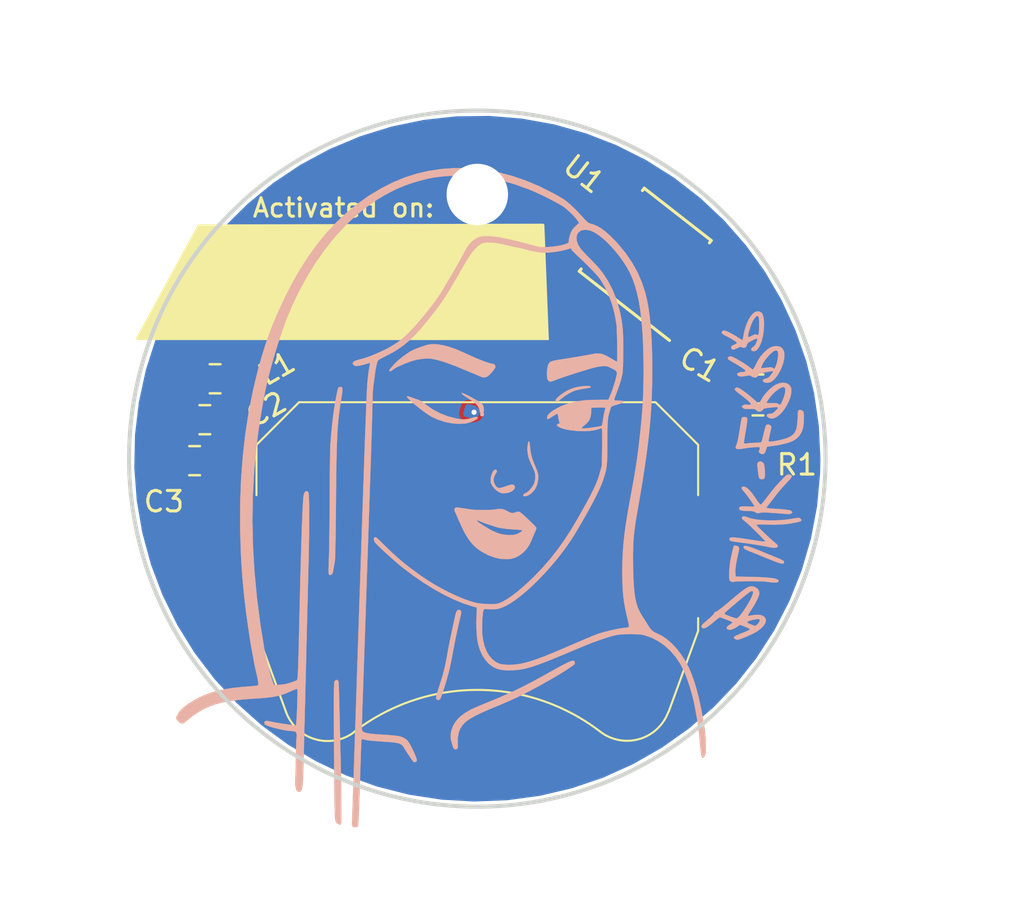
<source format=kicad_pcb>
(kicad_pcb (version 20171130) (host pcbnew "(5.0.1)-3")

  (general
    (thickness 1.6)
    (drawings 3)
    (tracks 32)
    (zones 0)
    (modules 10)
    (nets 10)
  )

  (page A4)
  (title_block
    (title BLINK-ERRR)
    (date 2019-03-25)
    (rev 1.0)
    (company "valerio\\\\new (5N44P)")
    (comment 1 github.com/5N44P/blink-errr)
    (comment 2 "for the licesing and all the other details see:")
  )

  (layers
    (0 F.Cu signal)
    (31 B.Cu signal)
    (32 B.Adhes user)
    (33 F.Adhes user)
    (34 B.Paste user)
    (35 F.Paste user)
    (36 B.SilkS user)
    (37 F.SilkS user)
    (38 B.Mask user)
    (39 F.Mask user)
    (40 Dwgs.User user)
    (41 Cmts.User user hide)
    (42 Eco1.User user)
    (43 Eco2.User user)
    (44 Edge.Cuts user)
    (45 Margin user)
    (46 B.CrtYd user)
    (47 F.CrtYd user)
    (48 B.Fab user hide)
    (49 F.Fab user)
  )

  (setup
    (last_trace_width 0.25)
    (trace_clearance 0.2)
    (zone_clearance 0.15)
    (zone_45_only no)
    (trace_min 0.2)
    (segment_width 0.2)
    (edge_width 0.15)
    (via_size 0.8)
    (via_drill 0.4)
    (via_min_size 0.4)
    (via_min_drill 0.3)
    (uvia_size 0.3)
    (uvia_drill 0.1)
    (uvias_allowed no)
    (uvia_min_size 0.2)
    (uvia_min_drill 0.1)
    (pcb_text_width 0.3)
    (pcb_text_size 1.5 1.5)
    (mod_edge_width 0.15)
    (mod_text_size 1 1)
    (mod_text_width 0.15)
    (pad_size 3.96 3.96)
    (pad_drill 0)
    (pad_to_mask_clearance 0.051)
    (solder_mask_min_width 0.25)
    (aux_axis_origin 0 0)
    (visible_elements 7FFFFFFF)
    (pcbplotparams
      (layerselection 0x010f0_ffffffff)
      (usegerberextensions false)
      (usegerberattributes false)
      (usegerberadvancedattributes false)
      (creategerberjobfile false)
      (excludeedgelayer true)
      (linewidth 0.100000)
      (plotframeref true)
      (viasonmask false)
      (mode 1)
      (useauxorigin false)
      (hpglpennumber 1)
      (hpglpenspeed 20)
      (hpglpendiameter 15.000000)
      (psnegative false)
      (psa4output false)
      (plotreference true)
      (plotvalue true)
      (plotinvisibletext false)
      (padsonsilk false)
      (subtractmaskfromsilk false)
      (outputformat 4)
      (mirror false)
      (drillshape 0)
      (scaleselection 1)
      (outputdirectory "artworks/"))
  )

  (net 0 "")
  (net 1 GND)
  (net 2 "Net-(BT1-Pad1)")
  (net 3 VCC)
  (net 4 FEEDBACK)
  (net 5 "Net-(L1-Pad1)")
  (net 6 "Net-(U1-Pad2)")
  (net 7 "Net-(U1-Pad3)")
  (net 8 PROG)
  (net 9 "Net-(U1-Pad7)")

  (net_class Default "This is the default net class."
    (clearance 0.2)
    (trace_width 0.25)
    (via_dia 0.8)
    (via_drill 0.4)
    (uvia_dia 0.3)
    (uvia_drill 0.1)
    (add_net FEEDBACK)
    (add_net GND)
    (add_net "Net-(BT1-Pad1)")
    (add_net "Net-(L1-Pad1)")
    (add_net "Net-(U1-Pad2)")
    (add_net "Net-(U1-Pad3)")
    (add_net "Net-(U1-Pad7)")
    (add_net PROG)
    (add_net VCC)
  )

  (module LED_SMD:LED_0402_1005Metric (layer B.Cu) (tedit 5C3B275D) (tstamp 5C313DB8)
    (at 142.844004 98.512822 165)
    (descr "LED SMD 0402 (1005 Metric), square (rectangular) end terminal, IPC_7351 nominal, (Body size source: http://www.tortai-tech.com/upload/download/2011102023233369053.pdf), generated with kicad-footprint-generator")
    (tags LED)
    (path /5C18235F)
    (attr smd)
    (fp_text reference D1 (at 0 1.17 165) (layer B.SilkS) hide
      (effects (font (size 1 1) (thickness 0.15)) (justify mirror))
    )
    (fp_text value LED (at 0 -1.17 165) (layer B.Fab)
      (effects (font (size 1 1) (thickness 0.15)) (justify mirror))
    )
    (fp_text user %R (at 0 0 165) (layer B.Fab)
      (effects (font (size 0.25 0.25) (thickness 0.04)) (justify mirror))
    )
    (fp_line (start 0.93 -0.47) (end -0.93 -0.47) (layer B.CrtYd) (width 0.05))
    (fp_line (start 0.93 0.47) (end 0.93 -0.47) (layer B.CrtYd) (width 0.05))
    (fp_line (start -0.93 0.47) (end 0.93 0.47) (layer B.CrtYd) (width 0.05))
    (fp_line (start -0.93 -0.47) (end -0.93 0.47) (layer B.CrtYd) (width 0.05))
    (fp_line (start -0.3 -0.25) (end -0.3 0.25) (layer B.Fab) (width 0.1))
    (fp_line (start -0.4 -0.25) (end -0.4 0.25) (layer B.Fab) (width 0.1))
    (fp_line (start 0.5 -0.25) (end -0.5 -0.25) (layer B.Fab) (width 0.1))
    (fp_line (start 0.5 0.25) (end 0.5 -0.25) (layer B.Fab) (width 0.1))
    (fp_line (start -0.5 0.25) (end 0.5 0.25) (layer B.Fab) (width 0.1))
    (fp_line (start -0.5 -0.25) (end -0.5 0.25) (layer B.Fab) (width 0.1))
    (fp_circle (center -1.09 0) (end -1.04 0) (layer B.SilkS) (width 0.1))
    (pad 2 smd roundrect (at 0.485 0 165) (size 0.59 0.64) (layers B.Cu B.Paste B.Mask) (roundrect_rratio 0.25)
      (net 4 FEEDBACK))
    (pad 1 smd roundrect (at -0.485 0 165) (size 0.59 0.64) (layers B.Cu B.Paste B.Mask) (roundrect_rratio 0.25)
      (net 1 GND))
    (model ${KISYS3DMOD}/LED_SMD.3dshapes/LED_0402_1005Metric.wrl
      (at (xyz 0 0 0))
      (scale (xyz 1 1 1))
      (rotate (xyz 0 0 0))
    )
  )

  (module Battery:BatteryHolder_Keystone_3034_1x20mm (layer F.Cu) (tedit 5C3B282A) (tstamp 5C312396)
    (at 143.66379 105.74)
    (descr "Keystone 3034 SMD battery holder for 2020, 2025 and 2032 coincell batteries. http://www.keyelco.com/product-pdf.cfm?p=798")
    (tags "Keystone type 3034 coin cell retainer")
    (path /5C18230E)
    (attr smd)
    (fp_text reference BT1 (at -0.08379 -9.15) (layer F.SilkS) hide
      (effects (font (size 1 1) (thickness 0.15)))
    )
    (fp_text value Battery_Cell (at 0 11.5) (layer F.Fab)
      (effects (font (size 1 1) (thickness 0.15)))
    )
    (fp_line (start 11.87 2.79) (end 11.87 -2.79) (layer F.CrtYd) (width 0.05))
    (fp_line (start 10.88 2.79) (end 11.87 2.79) (layer F.CrtYd) (width 0.05))
    (fp_line (start 10.88 3.64) (end 10.88 2.79) (layer F.CrtYd) (width 0.05))
    (fp_line (start 9.43 7.63) (end 10.88 3.64) (layer F.CrtYd) (width 0.05))
    (fp_arc (start 7.31 6.85) (end 5.96 8.64) (angle -106.9) (layer F.CrtYd) (width 0.05))
    (fp_arc (start 0 0) (end -5.96 8.64) (angle -69.1) (layer F.CrtYd) (width 0.05))
    (fp_arc (start -7.31 6.85) (end -9.43 7.62) (angle -106.9) (layer F.CrtYd) (width 0.05))
    (fp_line (start -10.88 3.64) (end -9.44 7.62) (layer F.CrtYd) (width 0.05))
    (fp_line (start -10.88 2.79) (end -10.88 3.64) (layer F.CrtYd) (width 0.05))
    (fp_line (start -11.87 2.79) (end -10.88 2.79) (layer F.CrtYd) (width 0.05))
    (fp_line (start -11.87 -2.79) (end -11.87 2.79) (layer F.CrtYd) (width 0.05))
    (fp_line (start -10.88 -2.79) (end -11.87 -2.79) (layer F.CrtYd) (width 0.05))
    (fp_line (start -10.88 -5.5) (end -10.88 -2.79) (layer F.CrtYd) (width 0.05))
    (fp_line (start -8.74 -7.64) (end -10.88 -5.5) (layer F.CrtYd) (width 0.05))
    (fp_line (start -7.2 -7.64) (end -8.74 -7.64) (layer F.CrtYd) (width 0.05))
    (fp_arc (start 0 0) (end 7.2 -7.64) (angle -86.6) (layer F.CrtYd) (width 0.05))
    (fp_line (start 8.74 -7.64) (end 7.2 -7.64) (layer F.CrtYd) (width 0.05))
    (fp_line (start 10.88 -5.5) (end 8.74 -7.64) (layer F.CrtYd) (width 0.05))
    (fp_line (start 10.88 -2.79) (end 10.88 -5.5) (layer F.CrtYd) (width 0.05))
    (fp_line (start 11.87 -2.79) (end 10.88 -2.79) (layer F.CrtYd) (width 0.05))
    (fp_arc (start -7.31 6.85) (end -9.19 7.53) (angle -107.5) (layer F.Fab) (width 0.1))
    (fp_arc (start 0 16.36) (end 6.1 8.43) (angle -75.1) (layer F.Fab) (width 0.1))
    (fp_arc (start 7.31 6.85) (end 6.1 8.43) (angle -107.5) (layer F.Fab) (width 0.1))
    (fp_line (start 10.63 3.6) (end 9.19 7.53) (layer F.Fab) (width 0.1))
    (fp_line (start 10.63 -5.4) (end 10.63 3.6) (layer F.Fab) (width 0.1))
    (fp_line (start 8.64 -7.39) (end 10.63 -5.4) (layer F.Fab) (width 0.1))
    (fp_line (start -8.64 -7.39) (end 8.64 -7.39) (layer F.Fab) (width 0.1))
    (fp_line (start -10.63 -5.4) (end -8.64 -7.39) (layer F.Fab) (width 0.1))
    (fp_line (start -10.63 3.6) (end -10.63 -5.4) (layer F.Fab) (width 0.1))
    (fp_line (start -9.19 7.53) (end -10.63 3.6) (layer F.Fab) (width 0.1))
    (fp_line (start 10.78 3) (end 10.78 3.63) (layer F.SilkS) (width 0.1))
    (fp_line (start 10.78 -5.46) (end 10.78 -3) (layer F.SilkS) (width 0.1))
    (fp_line (start -10.78 3) (end -10.78 3.63) (layer F.SilkS) (width 0.1))
    (fp_line (start -10.78 -5.46) (end -10.78 -3) (layer F.SilkS) (width 0.1))
    (fp_arc (start 7.31 6.85) (end 6 8.55) (angle -107.5) (layer F.SilkS) (width 0.1))
    (fp_line (start 10.78 3.63) (end 9.34 7.58) (layer F.SilkS) (width 0.1))
    (fp_line (start 8.7 -7.54) (end 10.78 -5.46) (layer F.SilkS) (width 0.1))
    (fp_line (start 8.7 -7.54) (end -8.7 -7.54) (layer F.SilkS) (width 0.1))
    (fp_line (start -8.7 -7.54) (end -10.78 -5.46) (layer F.SilkS) (width 0.1))
    (fp_line (start -10.78 3.63) (end -9.34 7.58) (layer F.SilkS) (width 0.1))
    (fp_arc (start -7.31 6.85) (end -9.34 7.58) (angle -107.5) (layer F.SilkS) (width 0.1))
    (fp_arc (start 0 16.36) (end 6 8.55) (angle -75.1) (layer F.SilkS) (width 0.1))
    (fp_circle (center 0 0) (end 0 10.25) (layer Dwgs.User) (width 0.15))
    (fp_text user %R (at 0 -2.9) (layer F.Fab)
      (effects (font (size 1 1) (thickness 0.15)))
    )
    (pad 1 smd rect (at -10.985 0) (size 1.27 5.08) (layers F.Cu F.Paste F.Mask)
      (net 2 "Net-(BT1-Pad1)"))
    (pad 1 smd rect (at 10.985 0) (size 1.27 5.08) (layers F.Cu F.Paste F.Mask)
      (net 2 "Net-(BT1-Pad1)"))
    (pad 2 smd rect (at 0 0) (size 3.96 3.96) (layers F.Cu F.Paste F.Mask)
      (net 1 GND) (zone_connect 2))
    (model ${KISYS3DMOD}/Battery.3dshapes/BatteryHolder_Keystone_3034_1x20mm.wrl
      (at (xyz 0 0 0))
      (scale (xyz 1 1 1))
      (rotate (xyz 0 0 0))
    )
  )

  (module LOGO (layer B.Cu) (tedit 0) (tstamp 5C1CF167)
    (at 144.12 102.37 180)
    (fp_text reference G*** (at 0 0 180) (layer B.SilkS) hide
      (effects (font (size 1.524 1.524) (thickness 0.3)) (justify mirror))
    )
    (fp_text value LOGO (at 0.75 0 180) (layer B.SilkS) hide
      (effects (font (size 1.524 1.524) (thickness 0.3)) (justify mirror))
    )
    (fp_poly (pts (xy -13.120855 8.583494) (xy -13.012928 8.509793) (xy -12.907559 8.393571) (xy -12.807902 8.24024)
      (xy -12.717107 8.055209) (xy -12.638328 7.843891) (xy -12.574715 7.611696) (xy -12.53858 7.425392)
      (xy -12.520805 7.326214) (xy -12.503544 7.249668) (xy -12.489948 7.209294) (xy -12.4876 7.206503)
      (xy -12.458875 7.215489) (xy -12.398748 7.249153) (xy -12.319063 7.300721) (xy -12.300889 7.313236)
      (xy -12.185718 7.388482) (xy -12.05693 7.464713) (xy -11.92521 7.536465) (xy -11.801248 7.598278)
      (xy -11.695729 7.644686) (xy -11.619341 7.670229) (xy -11.596132 7.673474) (xy -11.523974 7.654273)
      (xy -11.482528 7.605426) (xy -11.48163 7.545599) (xy -11.513132 7.508477) (xy -11.579007 7.462492)
      (xy -11.650944 7.424451) (xy -11.774718 7.363754) (xy -11.898925 7.29687) (xy -12.014403 7.229449)
      (xy -12.111993 7.16714) (xy -12.182532 7.115593) (xy -12.216861 7.080457) (xy -12.218737 7.074288)
      (xy -12.196408 7.041557) (xy -12.140656 7.004192) (xy -12.118474 6.993461) (xy -12.044264 6.95966)
      (xy -11.98663 6.931844) (xy -11.978105 6.92739) (xy -11.935806 6.880937) (xy -11.931863 6.822008)
      (xy -11.960783 6.768728) (xy -12.01707 6.739224) (xy -12.035615 6.737684) (xy -12.08521 6.749317)
      (xy -12.163685 6.779625) (xy -12.242902 6.816596) (xy -12.329862 6.85833) (xy -12.384569 6.876538)
      (xy -12.421297 6.874052) (xy -12.44935 6.857552) (xy -12.528826 6.824207) (xy -12.606844 6.833603)
      (xy -12.668518 6.87895) (xy -12.698966 6.953456) (xy -12.7 6.971916) (xy -12.721008 7.025745)
      (xy -12.772908 7.079976) (xy -12.777345 7.083223) (xy -12.84628 7.126523) (xy -12.934315 7.174059)
      (xy -13.028156 7.219677) (xy -13.114511 7.257223) (xy -13.180086 7.280543) (xy -13.210956 7.283962)
      (xy -13.215721 7.252314) (xy -13.200497 7.186059) (xy -13.169401 7.098322) (xy -13.126546 7.00223)
      (xy -13.116227 6.981808) (xy -13.061333 6.910219) (xy -12.992024 6.856924) (xy -12.934829 6.817011)
      (xy -12.917554 6.768397) (xy -12.918951 6.74284) (xy -12.933045 6.692867) (xy -12.971096 6.670444)
      (xy -13.020842 6.664012) (xy -13.118252 6.675674) (xy -13.17027 6.704118) (xy -13.268665 6.816168)
      (xy -13.355328 6.973289) (xy -13.428043 7.167934) (xy -13.484594 7.392554) (xy -13.522764 7.639599)
      (xy -13.540338 7.901521) (xy -13.540959 7.946526) (xy -13.301579 7.946526) (xy -13.30015 7.805631)
      (xy -13.296237 7.67863) (xy -13.290404 7.577856) (xy -13.283214 7.515644) (xy -13.281594 7.508665)
      (xy -13.26369 7.461599) (xy -13.235106 7.451128) (xy -13.179256 7.468521) (xy -13.124468 7.483661)
      (xy -13.074304 7.47824) (xy -13.00856 7.448283) (xy -12.971978 7.427737) (xy -12.892095 7.38655)
      (xy -12.824355 7.359777) (xy -12.797913 7.35425) (xy -12.768093 7.359889) (xy -12.758376 7.388582)
      (xy -12.765001 7.453935) (xy -12.766935 7.466263) (xy -12.791029 7.576173) (xy -12.830403 7.713219)
      (xy -12.87914 7.860188) (xy -12.93132 7.999866) (xy -12.981025 8.11504) (xy -13.007364 8.165506)
      (xy -13.062684 8.248752) (xy -13.122406 8.322691) (xy -13.141285 8.342014) (xy -13.188998 8.382698)
      (xy -13.219458 8.388301) (xy -13.252866 8.36191) (xy -13.255341 8.359442) (xy -13.274315 8.333235)
      (xy -13.28739 8.293068) (xy -13.295595 8.229754) (xy -13.299958 8.134105) (xy -13.301509 7.996934)
      (xy -13.301579 7.946526) (xy -13.540959 7.946526) (xy -13.54125 7.967579) (xy -13.533999 8.182336)
      (xy -13.509628 8.349343) (xy -13.466456 8.472046) (xy -13.4028 8.553891) (xy -13.31698 8.598325)
      (xy -13.22819 8.609263) (xy -13.120855 8.583494)) (layer B.SilkS) (width 0.01))
    (fp_poly (pts (xy 2.671378 7.003605) (xy 2.76067 6.997351) (xy 2.846246 6.983418) (xy 2.942459 6.958936)
      (xy 3.063657 6.921036) (xy 3.180615 6.881729) (xy 3.328069 6.828505) (xy 3.472737 6.771043)
      (xy 3.599329 6.715746) (xy 3.692552 6.669018) (xy 3.703053 6.662941) (xy 3.913944 6.527158)
      (xy 4.124052 6.373188) (xy 4.318883 6.21253) (xy 4.483943 6.056687) (xy 4.532784 6.004535)
      (xy 4.630957 5.894167) (xy 4.696998 5.815764) (xy 4.735387 5.762317) (xy 4.750605 5.726816)
      (xy 4.747131 5.702252) (xy 4.735522 5.687353) (xy 4.702486 5.679675) (xy 4.645896 5.706291)
      (xy 4.592383 5.743763) (xy 4.504825 5.805932) (xy 4.414238 5.861403) (xy 4.309322 5.915962)
      (xy 4.178776 5.975396) (xy 4.0113 6.045493) (xy 3.972348 6.061314) (xy 3.793159 6.131759)
      (xy 3.645422 6.183813) (xy 3.512273 6.222007) (xy 3.376852 6.250872) (xy 3.222298 6.274938)
      (xy 3.13511 6.286272) (xy 2.986041 6.30215) (xy 2.868285 6.306993) (xy 2.760834 6.300811)
      (xy 2.65949 6.286489) (xy 2.393421 6.229159) (xy 2.087375 6.14012) (xy 1.743835 6.020172)
      (xy 1.365281 5.870112) (xy 1.363579 5.869402) (xy 1.194895 5.799087) (xy 1.027032 5.729241)
      (xy 0.872282 5.66497) (xy 0.742941 5.611379) (xy 0.655053 5.575117) (xy 0.538441 5.526404)
      (xy 0.424122 5.477324) (xy 0.333674 5.437165) (xy 0.320842 5.431251) (xy 0.20073 5.386852)
      (xy 0.099835 5.379638) (xy -0.000379 5.408922) (xy -0.020922 5.41858) (xy -0.081079 5.460155)
      (xy -0.156539 5.528916) (xy -0.237663 5.613804) (xy -0.314809 5.703755) (xy -0.378337 5.78771)
      (xy -0.418604 5.854606) (xy -0.42779 5.885386) (xy -0.409096 5.973101) (xy -0.358446 6.028437)
      (xy -0.303022 6.042526) (xy -0.221094 6.05452) (xy -0.096428 6.089276) (xy 0.066239 6.144953)
      (xy 0.262166 6.219711) (xy 0.486615 6.311709) (xy 0.734845 6.419109) (xy 1.002118 6.540068)
      (xy 1.1211 6.5955) (xy 1.481396 6.751778) (xy 1.818376 6.871527) (xy 2.128665 6.95379)
      (xy 2.408889 6.99761) (xy 2.564019 7.005053) (xy 2.671378 7.003605)) (layer B.SilkS) (width 0.01))
    (fp_poly (pts (xy -13.987819 6.894471) (xy -13.850722 6.843532) (xy -13.711467 6.753682) (xy -13.562393 6.620592)
      (xy -13.496879 6.552762) (xy -13.397231 6.439114) (xy -13.315175 6.326963) (xy -13.238861 6.198449)
      (xy -13.163397 6.05012) (xy -13.09222 5.909638) (xy -13.037431 5.815618) (xy -12.999897 5.769446)
      (xy -12.98545 5.765576) (xy -12.947231 5.791798) (xy -12.885012 5.838621) (xy -12.847053 5.86833)
      (xy -12.713383 5.966787) (xy -12.546938 6.077643) (xy -12.363482 6.190861) (xy -12.178779 6.296403)
      (xy -12.151895 6.310976) (xy -12.039194 6.368618) (xy -11.959705 6.400877) (xy -11.901869 6.411609)
      (xy -11.863329 6.407265) (xy -11.794861 6.373721) (xy -11.769517 6.323995) (xy -11.790394 6.270457)
      (xy -11.827872 6.24042) (xy -11.899557 6.194305) (xy -11.992119 6.140519) (xy -12.025123 6.122438)
      (xy -12.147733 6.053317) (xy -12.275405 5.976306) (xy -12.397603 5.89831) (xy -12.503791 5.826236)
      (xy -12.583431 5.766988) (xy -12.624029 5.729944) (xy -12.637911 5.688224) (xy -12.601498 5.659265)
      (xy -12.516657 5.644042) (xy -12.455646 5.641883) (xy -12.33451 5.62492) (xy -12.268721 5.59055)
      (xy -12.226696 5.552499) (xy -12.224023 5.524103) (xy -12.256534 5.483603) (xy -12.311605 5.446032)
      (xy -12.394591 5.429144) (xy -12.512609 5.432523) (xy -12.672776 5.455753) (xy -12.687472 5.458428)
      (xy -12.78117 5.473923) (xy -12.840504 5.476023) (xy -12.883351 5.462744) (xy -12.927589 5.432099)
      (xy -12.928108 5.431692) (xy -13.015139 5.387454) (xy -13.092192 5.374105) (xy -13.159114 5.383056)
      (xy -13.205967 5.419235) (xy -13.23758 5.466499) (xy -13.264955 5.510893) (xy -13.292118 5.541817)
      (xy -13.33012 5.564344) (xy -13.390013 5.583545) (xy -13.482846 5.604493) (xy -13.582316 5.624719)
      (xy -13.740566 5.65581) (xy -13.853222 5.675743) (xy -13.926812 5.685313) (xy -13.967863 5.685311)
      (xy -13.982902 5.67653) (xy -13.983368 5.673434) (xy -13.967355 5.635765) (xy -13.926654 5.573142)
      (xy -13.872277 5.500425) (xy -13.815234 5.432473) (xy -13.7733 5.389935) (xy -13.706853 5.350442)
      (xy -13.623807 5.324005) (xy -13.618559 5.323093) (xy -13.53368 5.295967) (xy -13.487114 5.253012)
      (xy -13.484683 5.202008) (xy -13.505564 5.17203) (xy -13.580979 5.130326) (xy -13.684305 5.116562)
      (xy -13.797367 5.131566) (xy -13.864449 5.155709) (xy -13.988946 5.238511) (xy -14.110093 5.363851)
      (xy -14.223805 5.52209) (xy -14.325997 5.703586) (xy -14.412584 5.898702) (xy -14.479481 6.097797)
      (xy -14.522604 6.291232) (xy -14.537867 6.469367) (xy -14.532412 6.519468) (xy -14.227737 6.519468)
      (xy -14.222899 6.395221) (xy -14.204448 6.255662) (xy -14.173782 6.112495) (xy -14.1323 5.977422)
      (xy -14.097644 5.894098) (xy -14.067285 5.835021) (xy -14.046828 5.803507) (xy -14.044318 5.801895)
      (xy -14.017788 5.814913) (xy -13.968625 5.84536) (xy -13.936831 5.863492) (xy -13.901455 5.874213)
      (xy -13.852712 5.877394) (xy -13.780815 5.872908) (xy -13.675981 5.860629) (xy -13.528421 5.840428)
      (xy -13.522158 5.839547) (xy -13.452355 5.831987) (xy -13.412056 5.838066) (xy -13.400407 5.865108)
      (xy -13.416552 5.920437) (xy -13.459638 6.011379) (xy -13.494244 6.078722) (xy -13.616016 6.268615)
      (xy -13.786605 6.464291) (xy -13.795034 6.472817) (xy -13.921475 6.591619) (xy -14.022771 6.667026)
      (xy -14.102396 6.700813) (xy -14.163824 6.694755) (xy -14.190981 6.675214) (xy -14.217564 6.6167)
      (xy -14.227737 6.519468) (xy -14.532412 6.519468) (xy -14.521185 6.622564) (xy -14.506324 6.670407)
      (xy -14.441221 6.789943) (xy -14.350276 6.86668) (xy -14.226976 6.904784) (xy -14.130421 6.910832)
      (xy -13.987819 6.894471)) (layer B.SilkS) (width 0.01))
    (fp_poly (pts (xy -4.753104 4.955191) (xy -4.678947 4.94861) (xy -4.452542 4.918086) (xy -4.253977 4.869478)
      (xy -4.05882 4.795972) (xy -3.950011 4.745373) (xy -3.84178 4.685315) (xy -3.723877 4.608532)
      (xy -3.608081 4.523995) (xy -3.506169 4.440674) (xy -3.429923 4.36754) (xy -3.395833 4.323317)
      (xy -3.370947 4.269442) (xy -3.377366 4.234409) (xy -3.398663 4.209878) (xy -3.423119 4.191756)
      (xy -3.451342 4.192548) (xy -3.493427 4.217179) (xy -3.559468 4.270576) (xy -3.60669 4.3114)
      (xy -3.786466 4.45252) (xy -3.983161 4.580293) (xy -4.177809 4.683036) (xy -4.277895 4.724929)
      (xy -4.367721 4.752399) (xy -4.491493 4.782478) (xy -4.630141 4.810791) (xy -4.719053 4.826151)
      (xy -4.863173 4.849164) (xy -4.962708 4.866018) (xy -5.025905 4.878815) (xy -5.06101 4.889661)
      (xy -5.07627 4.900657) (xy -5.07993 4.913909) (xy -5.08 4.91823) (xy -5.061432 4.945354)
      (xy -5.003243 4.960367) (xy -4.901709 4.963552) (xy -4.753104 4.955191)) (layer B.SilkS) (width 0.01))
    (fp_poly (pts (xy 1.230806 4.60589) (xy 1.197079 4.568096) (xy 1.123174 4.509228) (xy 1.011088 4.431254)
      (xy 0.942474 4.386438) (xy 0.822695 4.308499) (xy 0.709991 4.233311) (xy 0.617148 4.169516)
      (xy 0.557615 4.126273) (xy 0.481922 4.050131) (xy 0.414379 3.952368) (xy 0.365946 3.851705)
      (xy 0.347579 3.767422) (xy 0.331141 3.684653) (xy 0.289502 3.629831) (xy 0.234171 3.610208)
      (xy 0.176656 3.633037) (xy 0.160476 3.649512) (xy 0.137108 3.711482) (xy 0.132827 3.80368)
      (xy 0.145277 3.90735) (xy 0.172103 4.003734) (xy 0.210948 4.074076) (xy 0.214265 4.077762)
      (xy 0.269704 4.123436) (xy 0.363002 4.18626) (xy 0.483727 4.260419) (xy 0.621446 4.340096)
      (xy 0.765729 4.419477) (xy 0.906142 4.492746) (xy 1.032254 4.554088) (xy 1.133631 4.597687)
      (xy 1.169737 4.610386) (xy 1.222357 4.620643) (xy 1.230806 4.60589)) (layer B.SilkS) (width 0.01))
    (fp_poly (pts (xy -14.27429 5.092831) (xy -14.12285 5.0336) (xy -14.003694 4.960387) (xy -13.869739 4.852868)
      (xy -13.733092 4.722948) (xy -13.605863 4.582531) (xy -13.50016 4.443523) (xy -13.462985 4.384842)
      (xy -13.407289 4.290352) (xy -13.357225 4.206173) (xy -13.32317 4.149748) (xy -13.321945 4.147761)
      (xy -13.282871 4.084469) (xy -13.145172 4.216123) (xy -13.015799 4.33478) (xy -12.875005 4.45536)
      (xy -12.730824 4.571806) (xy -12.591291 4.67806) (xy -12.464439 4.768062) (xy -12.358303 4.835755)
      (xy -12.280917 4.87508) (xy -12.264068 4.880551) (xy -12.1865 4.880798) (xy -12.130915 4.845398)
      (xy -12.11179 4.789187) (xy -12.132418 4.756588) (xy -12.188586 4.701536) (xy -12.271712 4.631797)
      (xy -12.359105 4.56535) (xy -12.480035 4.474412) (xy -12.604615 4.37604) (xy -12.714643 4.284807)
      (xy -12.766842 4.238884) (xy -12.853026 4.153547) (xy -12.893313 4.094318) (xy -12.886913 4.058583)
      (xy -12.833038 4.043732) (xy -12.730897 4.047153) (xy -12.709523 4.049274) (xy -12.61677 4.053975)
      (xy -12.554878 4.041179) (xy -12.508996 4.012055) (xy -12.446 3.96031) (xy -12.507193 3.898523)
      (xy -12.53977 3.869856) (xy -12.576728 3.852205) (xy -12.630589 3.843411) (xy -12.713878 3.841311)
      (xy -12.826576 3.843417) (xy -12.946953 3.845711) (xy -13.026895 3.843407) (xy -13.079398 3.833982)
      (xy -13.117462 3.81491) (xy -13.154084 3.783666) (xy -13.159181 3.778803) (xy -13.252572 3.717681)
      (xy -13.346586 3.708915) (xy -13.435591 3.752271) (xy -13.475174 3.791878) (xy -13.511948 3.83185)
      (xy -13.550678 3.85855) (xy -13.60446 3.876481) (xy -13.686388 3.890144) (xy -13.797909 3.902818)
      (xy -13.963862 3.919008) (xy -14.08316 3.927233) (xy -14.162037 3.927431) (xy -14.206723 3.919542)
      (xy -14.223452 3.903505) (xy -14.224 3.898664) (xy -14.205933 3.865404) (xy -14.158518 3.808348)
      (xy -14.091929 3.739714) (xy -14.090405 3.738243) (xy -14.011247 3.666754) (xy -13.950841 3.627364)
      (xy -13.893334 3.611407) (xy -13.854883 3.609474) (xy -13.754786 3.597647) (xy -13.692861 3.56496)
      (xy -13.674734 3.515605) (xy -13.685314 3.483169) (xy -13.734241 3.434571) (xy -13.812947 3.39387)
      (xy -13.897826 3.372017) (xy -13.9272 3.370953) (xy -13.982466 3.381009) (xy -14.050211 3.400991)
      (xy -14.184514 3.469066) (xy -14.316933 3.574921) (xy -14.443739 3.710976) (xy -14.561206 3.869649)
      (xy -14.665609 4.043357) (xy -14.753221 4.22452) (xy -14.820316 4.405556) (xy -14.863167 4.578883)
      (xy -14.878049 4.736919) (xy -14.872287 4.783238) (xy -14.580166 4.783238) (xy -14.570016 4.655829)
      (xy -14.557337 4.588655) (xy -14.527257 4.473872) (xy -14.486484 4.353708) (xy -14.439931 4.239107)
      (xy -14.392515 4.141016) (xy -14.349149 4.07038) (xy -14.314751 4.038144) (xy -14.309726 4.037263)
      (xy -14.281039 4.053186) (xy -14.243091 4.084053) (xy -14.210003 4.106036) (xy -14.162721 4.119161)
      (xy -14.089625 4.124869) (xy -13.979092 4.124602) (xy -13.926828 4.12329) (xy -13.815349 4.122307)
      (xy -13.727104 4.12572) (xy -13.673459 4.132845) (xy -13.662526 4.139198) (xy -13.676208 4.171817)
      (xy -13.712169 4.235336) (xy -13.762779 4.316323) (xy -13.765524 4.320539) (xy -13.862581 4.452135)
      (xy -13.975807 4.57809) (xy -14.097355 4.69227) (xy -14.219376 4.788544) (xy -14.334021 4.860776)
      (xy -14.433442 4.902833) (xy -14.50979 4.908583) (xy -14.515879 4.906917) (xy -14.562166 4.866578)
      (xy -14.580166 4.783238) (xy -14.872287 4.783238) (xy -14.861234 4.872084) (xy -14.818557 4.964286)
      (xy -14.720328 5.058523) (xy -14.592963 5.111749) (xy -14.442328 5.12338) (xy -14.27429 5.092831)) (layer B.SilkS) (width 0.01))
    (fp_poly (pts (xy 3.885749 4.45987) (xy 3.894257 4.440766) (xy 3.864842 4.394889) (xy 3.802941 4.326757)
      (xy 3.713996 4.240887) (xy 3.603445 4.141795) (xy 3.476727 4.033999) (xy 3.339282 3.922015)
      (xy 3.19655 3.810362) (xy 3.053969 3.703556) (xy 2.91698 3.606114) (xy 2.791021 3.522553)
      (xy 2.681532 3.457391) (xy 2.673033 3.452777) (xy 2.375528 3.316476) (xy 2.056248 3.213039)
      (xy 1.727792 3.144919) (xy 1.402758 3.114568) (xy 1.093745 3.124435) (xy 1.027177 3.132524)
      (xy 0.915065 3.156045) (xy 0.793164 3.194223) (xy 0.672986 3.241838) (xy 0.566042 3.293667)
      (xy 0.483843 3.34449) (xy 0.437899 3.389084) (xy 0.432513 3.402263) (xy 0.438901 3.434549)
      (xy 0.477038 3.44762) (xy 0.552179 3.441409) (xy 0.669575 3.415852) (xy 0.7358 3.398507)
      (xy 0.896862 3.35799) (xy 1.026957 3.335033) (xy 1.145354 3.328862) (xy 1.271317 3.338698)
      (xy 1.424114 3.363766) (xy 1.454485 3.369553) (xy 1.879926 3.476755) (xy 2.277256 3.629086)
      (xy 2.648424 3.82745) (xy 2.995379 4.072752) (xy 3.029238 4.100244) (xy 3.157657 4.196311)
      (xy 3.279868 4.263716) (xy 3.416923 4.315238) (xy 3.530621 4.352838) (xy 3.638715 4.390916)
      (xy 3.719609 4.421839) (xy 3.725839 4.424442) (xy 3.805191 4.450487) (xy 3.87343 4.460631)
      (xy 3.885749 4.45987)) (layer B.SilkS) (width 0.01))
    (fp_poly (pts (xy -15.245217 3.784919) (xy -15.224781 3.774415) (xy -15.209938 3.752389) (xy -15.199359 3.710528)
      (xy -15.191715 3.640521) (xy -15.185678 3.534053) (xy -15.179916 3.382813) (xy -15.179641 3.374768)
      (xy -15.165329 3.139347) (xy -15.138105 2.949377) (xy -15.094812 2.797734) (xy -15.032292 2.677291)
      (xy -14.947387 2.580924) (xy -14.836937 2.501507) (xy -14.778463 2.469605) (xy -14.679846 2.427321)
      (xy -14.555178 2.385268) (xy -14.414098 2.345413) (xy -14.266246 2.30972) (xy -14.12126 2.280157)
      (xy -13.988782 2.258688) (xy -13.878449 2.247282) (xy -13.799902 2.247902) (xy -13.762817 2.262455)
      (xy -13.763422 2.296112) (xy -13.775384 2.370712) (xy -13.796681 2.475424) (xy -13.82529 2.599418)
      (xy -13.8271 2.606842) (xy -13.856337 2.735602) (xy -13.878154 2.849737) (xy -13.890467 2.936938)
      (xy -13.891194 2.984897) (xy -13.891128 2.98517) (xy -13.853734 3.037861) (xy -13.785336 3.072977)
      (xy -13.707709 3.081535) (xy -13.675265 3.074217) (xy -13.651572 3.057331) (xy -13.629072 3.020233)
      (xy -13.605066 2.95531) (xy -13.576858 2.854946) (xy -13.541747 2.711528) (xy -13.532062 2.670152)
      (xy -13.498661 2.530491) (xy -13.467401 2.406854) (xy -13.441097 2.309882) (xy -13.422566 2.250213)
      (xy -13.417981 2.23921) (xy -13.395264 2.214585) (xy -13.351477 2.199985) (xy -13.274936 2.192983)
      (xy -13.187007 2.191247) (xy -13.048449 2.187091) (xy -12.895353 2.177462) (xy -12.780211 2.166528)
      (xy -12.68186 2.157454) (xy -12.605316 2.155006) (xy -12.564951 2.159549) (xy -12.562745 2.161018)
      (xy -12.561893 2.191723) (xy -12.56944 2.266766) (xy -12.584268 2.377865) (xy -12.605257 2.516739)
      (xy -12.631289 2.675106) (xy -12.635626 2.700421) (xy -12.670832 2.908075) (xy -12.696568 3.069596)
      (xy -12.713361 3.191378) (xy -12.721739 3.279819) (xy -12.722228 3.341316) (xy -12.715355 3.382265)
      (xy -12.701647 3.409062) (xy -12.694653 3.416968) (xy -12.641646 3.441541) (xy -12.567506 3.447858)
      (xy -12.498301 3.436071) (xy -12.465471 3.415631) (xy -12.450363 3.376471) (xy -12.430963 3.29701)
      (xy -12.410097 3.189947) (xy -12.395536 3.101474) (xy -12.351305 2.818672) (xy -12.312226 2.585677)
      (xy -12.277629 2.399135) (xy -12.246846 2.255698) (xy -12.219206 2.152015) (xy -12.194041 2.084734)
      (xy -12.191308 2.079242) (xy -12.15719 1.990661) (xy -12.161666 1.928544) (xy -12.206969 1.891808)
      (xy -12.295334 1.879373) (xy -12.428993 1.890155) (xy -12.542199 1.90929) (xy -12.678638 1.931423)
      (xy -12.840976 1.95166) (xy -13.001654 1.966737) (xy -13.059852 1.970623) (xy -13.191588 1.9774)
      (xy -13.277268 1.977041) (xy -13.324237 1.965217) (xy -13.339839 1.937602) (xy -13.33142 1.889867)
      (xy -13.308618 1.824038) (xy -13.289945 1.76004) (xy -13.298292 1.720582) (xy -13.338317 1.681771)
      (xy -13.423489 1.637803) (xy -13.505374 1.63986) (xy -13.562796 1.677737) (xy -13.594521 1.731323)
      (xy -13.625843 1.812637) (xy -13.63707 1.851981) (xy -13.660021 1.928907) (xy -13.682463 1.98158)
      (xy -13.691805 1.993465) (xy -13.727112 2.002594) (xy -13.802035 2.014994) (xy -13.902988 2.028528)
      (xy -13.9492 2.033959) (xy -14.149342 2.061988) (xy -14.355554 2.100493) (xy -14.554618 2.146285)
      (xy -14.733319 2.196176) (xy -14.878439 2.246979) (xy -14.933733 2.271459) (xy -15.126044 2.391548)
      (xy -15.275192 2.542608) (xy -15.38257 2.726503) (xy -15.44957 2.945096) (xy -15.453931 2.967989)
      (xy -15.470771 3.089924) (xy -15.481666 3.228778) (xy -15.486549 3.371518) (xy -15.485352 3.505108)
      (xy -15.478006 3.616514) (xy -15.464444 3.692702) (xy -15.457802 3.709421) (xy -15.39924 3.767318)
      (xy -15.315048 3.792734) (xy -15.245217 3.784919)) (layer B.SilkS) (width 0.01))
    (fp_poly (pts (xy -13.272385 1.251488) (xy -13.256003 1.238583) (xy -13.225879 1.203871) (xy -13.212571 1.159733)
      (xy -13.21309 1.089439) (xy -13.218625 1.029368) (xy -13.239001 0.840455) (xy -13.256017 0.697774)
      (xy -13.271002 0.594293) (xy -13.285288 0.522978) (xy -13.300205 0.476794) (xy -13.317085 0.448708)
      (xy -13.3309 0.435962) (xy -13.407603 0.405204) (xy -13.489276 0.408454) (xy -13.520485 0.422059)
      (xy -13.557324 0.464288) (xy -13.579446 0.538543) (xy -13.587707 0.651026) (xy -13.582965 0.807941)
      (xy -13.57999 0.85286) (xy -13.567153 0.995605) (xy -13.551173 1.095554) (xy -13.529853 1.163378)
      (xy -13.508405 1.200439) (xy -13.436903 1.26049) (xy -13.352748 1.278334) (xy -13.272385 1.251488)) (layer B.SilkS) (width 0.01))
    (fp_poly (pts (xy -0.37609 0.86092) (xy -0.319627 0.801771) (xy -0.269801 0.710548) (xy -0.230119 0.597951)
      (xy -0.204088 0.474679) (xy -0.195214 0.351432) (xy -0.207005 0.238909) (xy -0.215834 0.206551)
      (xy -0.277893 0.083149) (xy -0.376973 -0.039973) (xy -0.498885 -0.14972) (xy -0.629441 -0.232997)
      (xy -0.735263 -0.272881) (xy -0.790118 -0.277072) (xy -0.876662 -0.275108) (xy -0.951199 -0.269627)
      (xy -1.080404 -0.244339) (xy -1.193443 -0.198661) (xy -1.285031 -0.138762) (xy -1.349884 -0.07081)
      (xy -1.382718 -0.000975) (xy -1.378249 0.064574) (xy -1.331193 0.119669) (xy -1.299678 0.137209)
      (xy -1.259897 0.148488) (xy -1.208518 0.146471) (xy -1.134018 0.129084) (xy -1.024871 0.094249)
      (xy -0.984769 0.080474) (xy -0.829593 0.028333) (xy -0.714842 -0.004548) (xy -0.631212 -0.018569)
      (xy -0.569398 -0.014126) (xy -0.520096 0.008382) (xy -0.474003 0.048556) (xy -0.464785 0.058212)
      (xy -0.398299 0.153902) (xy -0.352774 0.266114) (xy -0.350965 0.273271) (xy -0.335325 0.358428)
      (xy -0.338986 0.429481) (xy -0.364245 0.514288) (xy -0.372699 0.536955) (xy -0.410416 0.624152)
      (xy -0.449531 0.696246) (xy -0.46881 0.722906) (xy -0.501549 0.785352) (xy -0.493143 0.84147)
      (xy -0.44708 0.875001) (xy -0.435682 0.877297) (xy -0.37609 0.86092)) (layer B.SilkS) (width 0.01))
    (fp_poly (pts (xy -2.046697 2.24756) (xy -2.024094 2.189299) (xy -2.005643 2.100841) (xy -1.993248 1.993823)
      (xy -1.988815 1.879885) (xy -1.99294 1.783938) (xy -2.009955 1.640366) (xy -2.035779 1.512695)
      (xy -2.075248 1.384788) (xy -2.133199 1.240508) (xy -2.199057 1.09621) (xy -2.253561 0.977545)
      (xy -2.30262 0.865072) (xy -2.339331 0.774899) (xy -2.352568 0.738165) (xy -2.373694 0.618046)
      (xy -2.373755 0.472864) (xy -2.354661 0.325838) (xy -2.318327 0.20019) (xy -2.306066 0.173446)
      (xy -2.242612 0.066595) (xy -2.164039 -0.040475) (xy -2.080055 -0.1369) (xy -2.000368 -0.211816)
      (xy -1.934686 -0.25436) (xy -1.919515 -0.259118) (xy -1.854869 -0.285065) (xy -1.805831 -0.326709)
      (xy -1.783083 -0.371089) (xy -1.797306 -0.405242) (xy -1.798465 -0.406004) (xy -1.855303 -0.423961)
      (xy -1.934583 -0.413326) (xy -1.991895 -0.395364) (xy -2.100615 -0.338318) (xy -2.214491 -0.247932)
      (xy -2.316289 -0.139429) (xy -2.371761 -0.059783) (xy -2.442732 0.092884) (xy -2.494552 0.267339)
      (xy -2.52225 0.442112) (xy -2.521771 0.58821) (xy -2.502555 0.684384) (xy -2.466914 0.80528)
      (xy -2.421891 0.927572) (xy -2.412807 0.949158) (xy -2.325133 1.156868) (xy -2.257946 1.328632)
      (xy -2.207941 1.476394) (xy -2.17181 1.612094) (xy -2.146248 1.747677) (xy -2.127948 1.895083)
      (xy -2.117317 2.016484) (xy -2.10627 2.123222) (xy -2.092311 2.207458) (xy -2.077765 2.25662)
      (xy -2.071544 2.263987) (xy -2.046697 2.24756)) (layer B.SilkS) (width 0.01))
    (fp_poly (pts (xy -14.700313 0.637024) (xy -14.656267 0.618586) (xy -14.603709 0.57968) (xy -14.533499 0.513618)
      (xy -14.443546 0.421105) (xy -14.303353 0.2732) (xy -14.190122 0.150707) (xy -14.0931 0.041127)
      (xy -14.001535 -0.068036) (xy -13.904675 -0.18928) (xy -13.791766 -0.335102) (xy -13.782198 -0.347579)
      (xy -13.663286 -0.502495) (xy -13.572384 -0.620039) (xy -13.505068 -0.705352) (xy -13.456913 -0.763578)
      (xy -13.423493 -0.799856) (xy -13.400386 -0.819331) (xy -13.383166 -0.827142) (xy -13.368421 -0.828446)
      (xy -13.34012 -0.806983) (xy -13.28974 -0.748285) (xy -13.223578 -0.660442) (xy -13.147927 -0.551544)
      (xy -13.119262 -0.508255) (xy -12.972404 -0.297904) (xy -12.838896 -0.136331) (xy -12.719331 -0.024064)
      (xy -12.6143 0.038371) (xy -12.524396 0.050448) (xy -12.498927 0.043595) (xy -12.450724 0.010487)
      (xy -12.444981 -0.038542) (xy -12.482747 -0.107579) (xy -12.560413 -0.195964) (xy -12.611826 -0.254584)
      (xy -12.679719 -0.340391) (xy -12.757599 -0.44417) (xy -12.838972 -0.556706) (xy -12.917345 -0.668783)
      (xy -12.986224 -0.771185) (xy -13.039115 -0.854696) (xy -13.069525 -0.910101) (xy -13.074316 -0.925299)
      (xy -13.049372 -0.930155) (xy -12.981439 -0.931281) (xy -12.880866 -0.928765) (xy -12.758001 -0.922693)
      (xy -12.756857 -0.922624) (xy -12.590081 -0.915591) (xy -12.469872 -0.918452) (xy -12.390016 -0.93252)
      (xy -12.344299 -0.959108) (xy -12.326508 -0.999527) (xy -12.325684 -1.013667) (xy -12.334574 -1.060368)
      (xy -12.366047 -1.093821) (xy -12.427305 -1.116343) (xy -12.525551 -1.130251) (xy -12.66799 -1.137864)
      (xy -12.715683 -1.139158) (xy -12.855451 -1.143794) (xy -12.954233 -1.151393) (xy -13.024506 -1.164017)
      (xy -13.078749 -1.183726) (xy -13.118518 -1.20569) (xy -13.183276 -1.240945) (xy -13.237603 -1.251603)
      (xy -13.307661 -1.240908) (xy -13.339343 -1.233079) (xy -13.393909 -1.222676) (xy -13.463722 -1.216887)
      (xy -13.55635 -1.215809) (xy -13.679359 -1.219535) (xy -13.840319 -1.228164) (xy -14.046795 -1.24179)
      (xy -14.051266 -1.242102) (xy -14.228133 -1.254819) (xy -14.391451 -1.26725) (xy -14.532098 -1.278645)
      (xy -14.640953 -1.288256) (xy -14.708897 -1.295334) (xy -14.721696 -1.297137) (xy -14.812241 -1.291887)
      (xy -14.868749 -1.258793) (xy -14.932526 -1.206415) (xy -14.878183 -1.151186) (xy -14.848075 -1.129594)
      (xy -14.80001 -1.110959) (xy -14.728554 -1.094552) (xy -14.628276 -1.079641) (xy -14.493742 -1.065495)
      (xy -14.319519 -1.051386) (xy -14.100174 -1.036581) (xy -13.963316 -1.028176) (xy -13.823522 -1.01801)
      (xy -13.73096 -1.006601) (xy -13.679389 -0.992835) (xy -13.662567 -0.975599) (xy -13.662526 -0.974551)
      (xy -13.680564 -0.92996) (xy -13.689953 -0.921995) (xy -13.715128 -0.895561) (xy -13.765807 -0.834335)
      (xy -13.835526 -0.746388) (xy -13.917822 -0.639795) (xy -13.95346 -0.59289) (xy -14.077893 -0.429267)
      (xy -14.180884 -0.296665) (xy -14.272576 -0.182957) (xy -14.363113 -0.076015) (xy -14.462637 0.036289)
      (xy -14.581292 0.166082) (xy -14.652951 0.24347) (xy -14.755481 0.354618) (xy -14.82595 0.434052)
      (xy -14.869034 0.488913) (xy -14.889408 0.526345) (xy -14.891746 0.553492) (xy -14.880724 0.577495)
      (xy -14.876064 0.584365) (xy -14.81547 0.631096) (xy -14.744987 0.641684) (xy -14.700313 0.637024)) (layer B.SilkS) (width 0.01))
    (fp_poly (pts (xy -12.474411 -1.428396) (xy -12.459368 -1.480851) (xy -12.47897 -1.537161) (xy -12.541958 -1.596977)
      (xy -12.573 -1.618562) (xy -12.624609 -1.658475) (xy -12.702231 -1.726016) (xy -12.799933 -1.815336)
      (xy -12.91178 -1.92059) (xy -13.031837 -2.035928) (xy -13.154171 -2.155505) (xy -13.272846 -2.273471)
      (xy -13.381929 -2.38398) (xy -13.475484 -2.481184) (xy -13.547578 -2.559236) (xy -13.592276 -2.612288)
      (xy -13.603858 -2.634318) (xy -13.573069 -2.635945) (xy -13.497754 -2.629914) (xy -13.386162 -2.617183)
      (xy -13.246542 -2.598709) (xy -13.087143 -2.575451) (xy -13.055957 -2.570672) (xy -12.772384 -2.527304)
      (xy -12.537053 -2.49252) (xy -12.345468 -2.466065) (xy -12.193134 -2.447684) (xy -12.075553 -2.43712)
      (xy -11.988231 -2.43412) (xy -11.926672 -2.438429) (xy -11.886378 -2.44979) (xy -11.862855 -2.467949)
      (xy -11.851606 -2.492651) (xy -11.849815 -2.502234) (xy -11.853852 -2.552366) (xy -11.887237 -2.58954)
      (xy -11.957087 -2.617485) (xy -12.070518 -2.639926) (xy -12.12812 -2.647994) (xy -12.248785 -2.663635)
      (xy -12.398736 -2.683013) (xy -12.554218 -2.70306) (xy -12.633158 -2.713217) (xy -12.82364 -2.739363)
      (xy -13.029937 -2.7705) (xy -13.238572 -2.804356) (xy -13.436069 -2.838662) (xy -13.608952 -2.871148)
      (xy -13.743743 -2.899543) (xy -13.755771 -2.902344) (xy -13.897491 -2.928777) (xy -14.023731 -2.939255)
      (xy -14.123556 -2.933729) (xy -14.186031 -2.912148) (xy -14.194451 -2.904336) (xy -14.213115 -2.855579)
      (xy -14.190134 -2.798685) (xy -14.122554 -2.728547) (xy -14.066882 -2.683675) (xy -14.003959 -2.632031)
      (xy -13.91619 -2.554993) (xy -13.810736 -2.459361) (xy -13.694761 -2.351936) (xy -13.575424 -2.239519)
      (xy -13.459888 -2.12891) (xy -13.355314 -2.026911) (xy -13.268864 -1.940323) (xy -13.2077 -1.875945)
      (xy -13.178982 -1.840579) (xy -13.178906 -1.840438) (xy -13.173144 -1.824473) (xy -13.179826 -1.812952)
      (xy -13.205492 -1.805475) (xy -13.256682 -1.801642) (xy -13.339936 -1.801053) (xy -13.461792 -1.803308)
      (xy -13.628792 -1.808006) (xy -13.682184 -1.809632) (xy -14.047899 -1.814219) (xy -14.375739 -1.80344)
      (xy -14.679323 -1.776332) (xy -14.972275 -1.731932) (xy -15.082259 -1.710609) (xy -15.228661 -1.67562)
      (xy -15.323494 -1.640322) (xy -15.368648 -1.602996) (xy -15.366009 -1.561928) (xy -15.317464 -1.515401)
      (xy -15.305686 -1.507416) (xy -15.274499 -1.48965) (xy -15.240159 -1.479912) (xy -15.192408 -1.478613)
      (xy -15.120985 -1.486163) (xy -15.01563 -1.502974) (xy -14.89795 -1.523737) (xy -14.638111 -1.561846)
      (xy -14.361322 -1.587366) (xy -14.076647 -1.600578) (xy -13.793149 -1.601764) (xy -13.519892 -1.591204)
      (xy -13.265939 -1.569181) (xy -13.040353 -1.535976) (xy -12.8522 -1.491871) (xy -12.753384 -1.45712)
      (xy -12.621552 -1.411537) (xy -12.528463 -1.40197) (xy -12.474411 -1.428396)) (layer B.SilkS) (width 0.01))
    (fp_poly (pts (xy 1.502441 -0.973661) (xy 1.558677 -1.013276) (xy 1.575775 -1.082675) (xy 1.550067 -1.175255)
      (xy 1.537769 -1.199033) (xy 1.511754 -1.251639) (xy 1.471172 -1.340757) (xy 1.421804 -1.453443)
      (xy 1.374725 -1.564105) (xy 1.233615 -1.886251) (xy 1.098794 -2.161837) (xy 0.965977 -2.396723)
      (xy 0.83088 -2.596768) (xy 0.689219 -2.767831) (xy 0.53671 -2.915769) (xy 0.369069 -3.046444)
      (xy 0.220132 -3.143123) (xy -0.09915 -3.310525) (xy -0.413677 -3.425137) (xy -0.723056 -3.486868)
      (xy -1.026898 -3.495629) (xy -1.209028 -3.474978) (xy -1.413588 -3.415187) (xy -1.613582 -3.308177)
      (xy -1.791751 -3.165775) (xy -1.910867 -3.042845) (xy -2.008108 -2.918412) (xy -2.092939 -2.777833)
      (xy -2.174824 -2.606467) (xy -2.215122 -2.510787) (xy -2.266248 -2.387208) (xy -2.317157 -2.266829)
      (xy -2.359918 -2.1683) (xy -2.375456 -2.13373) (xy -2.388709 -2.102082) (xy -1.735585 -2.102082)
      (xy -1.724847 -2.127318) (xy -1.680593 -2.160698) (xy -1.652605 -2.1778) (xy -1.523892 -2.247313)
      (xy -1.409176 -2.290996) (xy -1.289673 -2.313157) (xy -1.146599 -2.318104) (xy -1.053756 -2.315173)
      (xy -0.850139 -2.29729) (xy -0.678239 -2.264749) (xy -0.619682 -2.24749) (xy -0.508481 -2.206012)
      (xy -0.379123 -2.151939) (xy -0.267549 -2.100737) (xy -0.180753 -2.055009) (xy -0.073003 -1.993093)
      (xy 0.045971 -1.921205) (xy 0.166435 -1.845559) (xy 0.278657 -1.77237) (xy 0.372906 -1.707851)
      (xy 0.439449 -1.658218) (xy 0.467726 -1.63122) (xy 0.467556 -1.607692) (xy 0.42834 -1.607591)
      (xy 0.358319 -1.629371) (xy 0.273164 -1.667712) (xy 0.182294 -1.707963) (xy 0.065112 -1.75253)
      (xy -0.05307 -1.79179) (xy -0.053474 -1.791912) (xy -0.182085 -1.832083) (xy -0.320037 -1.877078)
      (xy -0.42779 -1.913804) (xy -0.569715 -1.954226) (xy -0.748928 -1.988017) (xy -0.970117 -2.01584)
      (xy -1.237973 -2.03836) (xy -1.363579 -2.046284) (xy -1.526804 -2.057093) (xy -1.640554 -2.068786)
      (xy -1.708818 -2.083177) (xy -1.735585 -2.102082) (xy -2.388709 -2.102082) (xy -2.408656 -2.054452)
      (xy -2.42947 -1.991444) (xy -2.433053 -1.970622) (xy -2.414382 -1.941673) (xy -2.362253 -1.882488)
      (xy -2.282487 -1.799112) (xy -2.180908 -1.697591) (xy -2.063339 -1.583971) (xy -2.032501 -1.554734)
      (xy -1.892911 -1.423951) (xy -1.785532 -1.326322) (xy -1.704611 -1.25734) (xy -1.644394 -1.212501)
      (xy -1.599129 -1.187297) (xy -1.563064 -1.177224) (xy -1.54948 -1.176421) (xy -1.474954 -1.18381)
      (xy -1.421979 -1.199639) (xy -1.314218 -1.239206) (xy -1.210311 -1.239049) (xy -1.096303 -1.197742)
      (xy -1.028116 -1.159355) (xy -0.869888 -1.078594) (xy -0.720466 -1.041018) (xy -0.562064 -1.043417)
      (xy -0.472014 -1.059016) (xy -0.373826 -1.073143) (xy -0.234901 -1.083848) (xy -0.067873 -1.091016)
      (xy 0.114622 -1.09453) (xy 0.299951 -1.094275) (xy 0.47548 -1.090133) (xy 0.628573 -1.08199)
      (xy 0.743481 -1.070187) (xy 0.89805 -1.047556) (xy 1.057378 -1.023969) (xy 1.206713 -1.001634)
      (xy 1.331303 -0.982753) (xy 1.410737 -0.970435) (xy 1.502441 -0.973661)) (layer B.SilkS) (width 0.01))
    (fp_poly (pts (xy -12.568332 -2.855006) (xy -12.545346 -2.880203) (xy -12.539579 -2.914209) (xy -12.55192 -2.957232)
      (xy -12.593425 -2.998633) (xy -12.670819 -3.042819) (xy -12.790826 -3.094198) (xy -12.847053 -3.115794)
      (xy -12.924061 -3.145674) (xy -13.041218 -3.192299) (xy -13.189276 -3.251933) (xy -13.358989 -3.32084)
      (xy -13.541109 -3.395283) (xy -13.677404 -3.451316) (xy -13.904 -3.543363) (xy -14.086642 -3.614256)
      (xy -14.229876 -3.665361) (xy -14.338247 -3.698044) (xy -14.416301 -3.713671) (xy -14.468584 -3.713608)
      (xy -14.499643 -3.699222) (xy -14.500281 -3.698597) (xy -14.515664 -3.659219) (xy -14.518105 -3.632441)
      (xy -14.509829 -3.60227) (xy -14.480321 -3.571695) (xy -14.422562 -3.536569) (xy -14.329534 -3.492745)
      (xy -14.194219 -3.436078) (xy -14.167263 -3.425174) (xy -14.073834 -3.387197) (xy -13.944681 -3.334263)
      (xy -13.793444 -3.271983) (xy -13.633759 -3.20597) (xy -13.542211 -3.168002) (xy -13.288662 -3.06394)
      (xy -13.079759 -2.981308) (xy -12.911599 -2.919116) (xy -12.780279 -2.876378) (xy -12.681896 -2.852106)
      (xy -12.612548 -2.845311) (xy -12.568332 -2.855006)) (layer B.SilkS) (width 0.01))
    (fp_poly (pts (xy 7.186438 4.914453) (xy 7.22195 4.893147) (xy 7.249966 4.846768) (xy 7.275609 4.766425)
      (xy 7.304002 4.643224) (xy 7.307767 4.625474) (xy 7.377555 4.268438) (xy 7.439863 3.892458)
      (xy 7.495621 3.490314) (xy 7.545763 3.054787) (xy 7.591221 2.57866) (xy 7.623676 2.179053)
      (xy 7.629277 2.0777) (xy 7.63463 1.926453) (xy 7.639684 1.728893) (xy 7.644389 1.488598)
      (xy 7.648693 1.209149) (xy 7.652544 0.894125) (xy 7.655891 0.547105) (xy 7.658683 0.17167)
      (xy 7.660868 -0.2286) (xy 7.661874 -0.481263) (xy 7.663488 -0.845447) (xy 7.665791 -1.209655)
      (xy 7.668704 -1.56813) (xy 7.672153 -1.915113) (xy 7.676061 -2.244847) (xy 7.680353 -2.551572)
      (xy 7.684952 -2.82953) (xy 7.689783 -3.072963) (xy 7.694769 -3.276112) (xy 7.699834 -3.43322)
      (xy 7.70131 -3.469417) (xy 7.710672 -3.696525) (xy 7.716777 -3.875646) (xy 7.719616 -4.012169)
      (xy 7.71918 -4.111484) (xy 7.715458 -4.178978) (xy 7.708441 -4.220041) (xy 7.699951 -4.238102)
      (xy 7.643755 -4.275019) (xy 7.582416 -4.25912) (xy 7.557252 -4.238065) (xy 7.52172 -4.181891)
      (xy 7.502383 -4.124433) (xy 7.485848 -4.036483) (xy 7.464124 -3.911337) (xy 7.439835 -3.764699)
      (xy 7.415608 -3.612274) (xy 7.402898 -3.529263) (xy 7.398959 -3.478039) (xy 7.394757 -3.377225)
      (xy 7.39036 -3.230705) (xy 7.385833 -3.042363) (xy 7.381242 -2.81608) (xy 7.376656 -2.555742)
      (xy 7.372139 -2.26523) (xy 7.367758 -1.948428) (xy 7.36358 -1.60922) (xy 7.359672 -1.251488)
      (xy 7.356099 -0.879116) (xy 7.354624 -0.708526) (xy 7.349829 -0.169075) (xy 7.344749 0.320789)
      (xy 7.339177 0.764952) (xy 7.332906 1.1673) (xy 7.325729 1.53172) (xy 7.317439 1.862098)
      (xy 7.307829 2.162321) (xy 7.296691 2.436274) (xy 7.28382 2.687844) (xy 7.269007 2.920918)
      (xy 7.252046 3.139381) (xy 7.232729 3.347121) (xy 7.21085 3.548023) (xy 7.186201 3.745974)
      (xy 7.158576 3.944859) (xy 7.127768 4.148567) (xy 7.093569 4.360982) (xy 7.080287 4.440927)
      (xy 7.053699 4.613468) (xy 7.040504 4.740413) (xy 7.041474 4.828129) (xy 7.057383 4.882983)
      (xy 7.089001 4.911343) (xy 7.137099 4.919576) (xy 7.138305 4.919579) (xy 7.186438 4.914453)) (layer B.SilkS) (width 0.01))
    (fp_poly (pts (xy -12.09588 -2.834047) (xy -12.076962 -2.843893) (xy -12.060209 -2.86914) (xy -12.042922 -2.916402)
      (xy -12.0224 -2.992291) (xy -11.995942 -3.10342) (xy -11.960847 -3.256403) (xy -11.938108 -3.355474)
      (xy -11.90679 -3.512445) (xy -11.880391 -3.685461) (xy -11.859513 -3.865002) (xy -11.844756 -4.041545)
      (xy -11.836721 -4.205571) (xy -11.836011 -4.347559) (xy -11.843225 -4.457988) (xy -11.858965 -4.527338)
      (xy -11.863566 -4.536034) (xy -11.927051 -4.592783) (xy -12.009715 -4.615222) (xy -12.083844 -4.599384)
      (xy -12.125674 -4.591251) (xy -12.212399 -4.584554) (xy -12.335458 -4.579308) (xy -12.48629 -4.575526)
      (xy -12.656336 -4.573224) (xy -12.837033 -4.572416) (xy -13.019824 -4.573116) (xy -13.196146 -4.575337)
      (xy -13.357439 -4.579095) (xy -13.495143 -4.584405) (xy -13.600698 -4.591279) (xy -13.649158 -4.596765)
      (xy -13.844743 -4.623078) (xy -14.003747 -4.637379) (xy -14.121471 -4.639436) (xy -14.193216 -4.629018)
      (xy -14.203947 -4.624125) (xy -14.242714 -4.58403) (xy -14.250737 -4.557919) (xy -14.234034 -4.516672)
      (xy -14.182264 -4.480951) (xy -14.092931 -4.450399) (xy -13.963543 -4.424657) (xy -13.791604 -4.403365)
      (xy -13.57462 -4.386165) (xy -13.310098 -4.372698) (xy -12.995544 -4.362606) (xy -12.87379 -4.359818)
      (xy -12.151895 -4.344737) (xy -12.144227 -4.130182) (xy -12.144255 -4.022213) (xy -12.152742 -3.90357)
      (xy -12.17098 -3.765743) (xy -12.200261 -3.600219) (xy -12.241879 -3.398486) (xy -12.284215 -3.208421)
      (xy -12.304951 -3.109443) (xy -12.319628 -3.024282) (xy -12.324745 -2.976384) (xy -12.302532 -2.900696)
      (xy -12.23927 -2.850779) (xy -12.151016 -2.834105) (xy -12.119664 -2.832988) (xy -12.09588 -2.834047)) (layer B.SilkS) (width 0.01))
    (fp_poly (pts (xy -12.875189 -4.8265) (xy -12.808082 -4.844059) (xy -12.731305 -4.877959) (xy -12.640632 -4.930932)
      (xy -12.531836 -5.005709) (xy -12.400688 -5.105023) (xy -12.242963 -5.231605) (xy -12.054432 -5.388187)
      (xy -11.830869 -5.577501) (xy -11.80287 -5.601369) (xy -11.616081 -5.758218) (xy -11.460311 -5.883818)
      (xy -11.337542 -5.97666) (xy -11.249755 -6.035233) (xy -11.20522 -6.056646) (xy -11.131894 -6.089712)
      (xy -11.101561 -6.138328) (xy -11.10049 -6.14449) (xy -11.074504 -6.189803) (xy -11.006935 -6.263055)
      (xy -10.90021 -6.361815) (xy -10.786332 -6.459169) (xy -10.656558 -6.569721) (xy -10.565935 -6.654187)
      (xy -10.510487 -6.718094) (xy -10.486239 -6.766972) (xy -10.489213 -6.806347) (xy -10.512926 -6.839284)
      (xy -10.557544 -6.867867) (xy -10.614099 -6.87177) (xy -10.687044 -6.848621) (xy -10.78083 -6.796049)
      (xy -10.899908 -6.711682) (xy -11.04873 -6.593147) (xy -11.176 -6.485999) (xy -11.258763 -6.418239)
      (xy -11.328586 -6.366574) (xy -11.374028 -6.339273) (xy -11.382167 -6.337002) (xy -11.424018 -6.345945)
      (xy -11.499471 -6.370196) (xy -11.596847 -6.405162) (xy -11.704469 -6.446248) (xy -11.810661 -6.488862)
      (xy -11.903744 -6.528408) (xy -11.972042 -6.560294) (xy -12.003878 -6.579927) (xy -12.004842 -6.581953)
      (xy -11.983983 -6.60692) (xy -11.929455 -6.64999) (xy -11.85779 -6.698733) (xy -11.760354 -6.772201)
      (xy -11.714874 -6.835095) (xy -11.721049 -6.888179) (xy -11.768065 -6.926905) (xy -11.863686 -6.948588)
      (xy -11.983496 -6.927043) (xy -12.12218 -6.863638) (xy -12.197492 -6.816288) (xy -12.364118 -6.70255)
      (xy -12.487321 -6.746308) (xy -12.591291 -6.785633) (xy -12.703356 -6.831441) (xy -12.737107 -6.84606)
      (xy -12.810388 -6.881996) (xy -12.840849 -6.908884) (xy -12.836428 -6.93451) (xy -12.832491 -6.939648)
      (xy -12.797228 -6.962492) (xy -12.721796 -6.999436) (xy -12.616155 -7.045966) (xy -12.490267 -7.097566)
      (xy -12.444476 -7.11552) (xy -12.309671 -7.170215) (xy -12.197357 -7.220546) (xy -12.116119 -7.262355)
      (xy -12.074544 -7.291481) (xy -12.071352 -7.296296) (xy -12.078038 -7.343681) (xy -12.120226 -7.390713)
      (xy -12.181681 -7.423515) (xy -12.228383 -7.430544) (xy -12.299863 -7.420437) (xy -12.352421 -7.40708)
      (xy -12.467316 -7.366313) (xy -12.612115 -7.308606) (xy -12.76918 -7.241492) (xy -12.920869 -7.172505)
      (xy -13.047579 -7.110201) (xy -13.235053 -6.999526) (xy -13.389853 -6.881269) (xy -13.509057 -6.75978)
      (xy -13.589743 -6.639408) (xy -13.628986 -6.524504) (xy -13.625529 -6.453537) (xy -13.330707 -6.453537)
      (xy -13.327902 -6.508225) (xy -13.294001 -6.577809) (xy -13.24018 -6.649333) (xy -13.177619 -6.709843)
      (xy -13.117496 -6.746382) (xy -13.076056 -6.74867) (xy -13.029789 -6.730399) (xy -12.951648 -6.700704)
      (xy -12.87379 -6.671667) (xy -12.790417 -6.635542) (xy -12.732563 -6.600297) (xy -12.713368 -6.575847)
      (xy -12.73784 -6.548268) (xy -12.80347 -6.516268) (xy -12.898579 -6.483655) (xy -13.011488 -6.454238)
      (xy -13.130519 -6.431827) (xy -13.171888 -6.426294) (xy -13.257855 -6.419221) (xy -13.305277 -6.425402)
      (xy -13.327965 -6.447206) (xy -13.330707 -6.453537) (xy -13.625529 -6.453537) (xy -13.623866 -6.419419)
      (xy -13.572228 -6.32933) (xy -13.464808 -6.252544) (xy -13.31945 -6.213141) (xy -13.136034 -6.211103)
      (xy -12.940632 -6.240715) (xy -12.849495 -6.257771) (xy -12.779921 -6.266779) (xy -12.7478 -6.265941)
      (xy -12.754328 -6.240777) (xy -12.786235 -6.180787) (xy -12.83832 -6.095014) (xy -12.903837 -5.994784)
      (xy -13.009842 -5.829168) (xy -13.107298 -5.661187) (xy -13.191049 -5.500987) (xy -13.255937 -5.358717)
      (xy -13.296806 -5.244526) (xy -13.306379 -5.202651) (xy -13.30489 -5.152935) (xy -13.003672 -5.152935)
      (xy -12.975847 -5.246777) (xy -12.924801 -5.3669) (xy -12.855213 -5.505783) (xy -12.771766 -5.655902)
      (xy -12.67914 -5.809735) (xy -12.582016 -5.95976) (xy -12.485075 -6.098453) (xy -12.392999 -6.218293)
      (xy -12.310468 -6.311757) (xy -12.242164 -6.371322) (xy -12.196617 -6.389728) (xy -12.153348 -6.380776)
      (xy -12.073308 -6.357) (xy -11.969737 -6.322506) (xy -11.901251 -6.298168) (xy -11.791431 -6.256274)
      (xy -11.699448 -6.217586) (xy -11.637833 -6.187565) (xy -11.620514 -6.17584) (xy -11.613059 -6.162041)
      (xy -11.617005 -6.14275) (xy -11.636212 -6.114273) (xy -11.67454 -6.072915) (xy -11.735851 -6.014984)
      (xy -11.824004 -5.936785) (xy -11.94286 -5.834623) (xy -12.09628 -5.704806) (xy -12.232105 -5.590634)
      (xy -12.424681 -5.429634) (xy -12.580874 -5.300938) (xy -12.704778 -5.201907) (xy -12.800487 -5.129899)
      (xy -12.872093 -5.082273) (xy -12.923689 -5.056389) (xy -12.95937 -5.049606) (xy -12.983227 -5.059283)
      (xy -12.999354 -5.082779) (xy -13.003593 -5.092898) (xy -13.003672 -5.152935) (xy -13.30489 -5.152935)
      (xy -13.302637 -5.077732) (xy -13.251662 -4.971148) (xy -13.158181 -4.888609) (xy -13.026922 -4.835823)
      (xy -12.997303 -4.829479) (xy -12.936854 -4.822551) (xy -12.875189 -4.8265)) (layer B.SilkS) (width 0.01))
    (fp_poly (pts (xy 1.443129 -6.007311) (xy 1.485719 -6.087661) (xy 1.509109 -6.159056) (xy 1.528819 -6.235675)
      (xy 1.55704 -6.356411) (xy 1.592025 -6.512902) (xy 1.632024 -6.696787) (xy 1.675289 -6.899702)
      (xy 1.720071 -7.113286) (xy 1.764622 -7.329175) (xy 1.807192 -7.539008) (xy 1.846034 -7.734422)
      (xy 1.879399 -7.907054) (xy 1.905538 -8.048543) (xy 1.912438 -8.087895) (xy 1.958863 -8.348052)
      (xy 2.004498 -8.580463) (xy 2.052499 -8.797578) (xy 2.10602 -9.011847) (xy 2.168214 -9.235719)
      (xy 2.242237 -9.481644) (xy 2.331243 -9.762073) (xy 2.355811 -9.837818) (xy 2.407427 -9.99968)
      (xy 2.442575 -10.119055) (xy 2.463001 -10.203731) (xy 2.470451 -10.261496) (xy 2.46667 -10.300139)
      (xy 2.462219 -10.312397) (xy 2.415481 -10.362382) (xy 2.351193 -10.372862) (xy 2.287985 -10.343713)
      (xy 2.262285 -10.313737) (xy 2.238067 -10.262099) (xy 2.202073 -10.167588) (xy 2.157054 -10.038792)
      (xy 2.105762 -9.884301) (xy 2.050949 -9.712703) (xy 1.995365 -9.532587) (xy 1.941762 -9.352543)
      (xy 1.892892 -9.181159) (xy 1.857577 -9.050421) (xy 1.822639 -8.907601) (xy 1.782471 -8.728564)
      (xy 1.740579 -8.529847) (xy 1.700468 -8.327989) (xy 1.671647 -8.173296) (xy 1.6305 -7.950287)
      (xy 1.584208 -7.709893) (xy 1.534663 -7.461097) (xy 1.483754 -7.212882) (xy 1.433373 -6.974231)
      (xy 1.385409 -6.754127) (xy 1.341754 -6.561552) (xy 1.304298 -6.405489) (xy 1.280287 -6.313755)
      (xy 1.24791 -6.173767) (xy 1.2418 -6.074887) (xy 1.262718 -6.011224) (xy 1.311422 -5.976888)
      (xy 1.324228 -5.973106) (xy 1.391241 -5.971078) (xy 1.443129 -6.007311)) (layer B.SilkS) (width 0.01))
    (fp_poly (pts (xy -4.14048 -8.469481) (xy -4.055589 -8.499919) (xy -3.945079 -8.548927) (xy -3.805552 -8.617892)
      (xy -3.633611 -8.708202) (xy -3.425862 -8.821246) (xy -3.178907 -8.958413) (xy -2.88935 -9.121089)
      (xy -2.873144 -9.130227) (xy -2.269746 -9.461403) (xy -1.692574 -9.759027) (xy -1.130978 -10.028273)
      (xy -0.574306 -10.274312) (xy -0.200526 -10.428055) (xy 0.002824 -10.510272) (xy 0.203372 -10.593162)
      (xy 0.391942 -10.672801) (xy 0.559361 -10.745263) (xy 0.696455 -10.806622) (xy 0.794049 -10.852951)
      (xy 0.802968 -10.857467) (xy 1.084882 -11.023667) (xy 1.318598 -11.208914) (xy 1.503466 -11.41239)
      (xy 1.638832 -11.633278) (xy 1.724046 -11.87076) (xy 1.75387 -12.050347) (xy 1.759444 -12.156878)
      (xy 1.752709 -12.253337) (xy 1.730988 -12.361296) (xy 1.702327 -12.465977) (xy 1.666086 -12.588501)
      (xy 1.639446 -12.669905) (xy 1.617472 -12.72053) (xy 1.595231 -12.750717) (xy 1.567787 -12.770806)
      (xy 1.552941 -12.779031) (xy 1.492484 -12.787696) (xy 1.454167 -12.767961) (xy 1.429899 -12.74381)
      (xy 1.415738 -12.707182) (xy 1.409875 -12.646175) (xy 1.410502 -12.548886) (xy 1.412329 -12.492586)
      (xy 1.407145 -12.219522) (xy 1.368418 -11.984114) (xy 1.293355 -11.780268) (xy 1.179164 -11.601892)
      (xy 1.023051 -11.442891) (xy 0.882351 -11.336463) (xy 0.7451 -11.2516) (xy 0.566263 -11.154008)
      (xy 0.3549 -11.048122) (xy 0.120068 -10.938376) (xy -0.129173 -10.829205) (xy -0.291226 -10.762024)
      (xy -0.709526 -10.589283) (xy -1.09023 -10.424572) (xy -1.447162 -10.261248) (xy -1.794149 -10.092667)
      (xy -2.145013 -9.912186) (xy -2.513582 -9.71316) (xy -2.762672 -9.574374) (xy -3.000774 -9.439918)
      (xy -3.200728 -9.325815) (xy -3.371328 -9.226807) (xy -3.521365 -9.137634) (xy -3.659635 -9.053037)
      (xy -3.794928 -8.967757) (xy -3.936038 -8.876534) (xy -4.005397 -8.83108) (xy -4.126919 -8.750504)
      (xy -4.210322 -8.692247) (xy -4.262458 -8.649698) (xy -4.290179 -8.616243) (xy -4.300335 -8.585271)
      (xy -4.299779 -8.550168) (xy -4.299503 -8.547243) (xy -4.291767 -8.505657) (xy -4.275394 -8.4757)
      (xy -4.246986 -8.45876) (xy -4.203147 -8.456224) (xy -4.14048 -8.469481)) (layer B.SilkS) (width 0.01))
    (fp_poly (pts (xy 7.400182 -9.425672) (xy 7.411167 -9.437717) (xy 7.420572 -9.451586) (xy 7.428668 -9.470812)
      (xy 7.435544 -9.499204) (xy 7.441292 -9.540571) (xy 7.446001 -9.598723) (xy 7.449763 -9.677468)
      (xy 7.452667 -9.780616) (xy 7.454805 -9.911976) (xy 7.456267 -10.075357) (xy 7.457143 -10.274569)
      (xy 7.457524 -10.513421) (xy 7.4575 -10.795723) (xy 7.457162 -11.125282) (xy 7.456828 -11.359482)
      (xy 7.456009 -11.726315) (xy 7.454656 -12.120641) (xy 7.452832 -12.532061) (xy 7.450602 -12.950178)
      (xy 7.448028 -13.364594) (xy 7.445175 -13.764912) (xy 7.442105 -14.140734) (xy 7.438883 -14.481662)
      (xy 7.436281 -14.718632) (xy 7.432301 -15.053216) (xy 7.428589 -15.338501) (xy 7.424683 -15.578658)
      (xy 7.42012 -15.777856) (xy 7.414438 -15.940265) (xy 7.407173 -16.070056) (xy 7.397865 -16.171398)
      (xy 7.38605 -16.248462) (xy 7.371265 -16.305418) (xy 7.353049 -16.346435) (xy 7.330939 -16.375683)
      (xy 7.304473 -16.397334) (xy 7.273187 -16.415555) (xy 7.246559 -16.429337) (xy 7.185234 -16.459669)
      (xy 7.152033 -16.465879) (xy 7.127322 -16.447894) (xy 7.111213 -16.428842) (xy 7.103427 -16.392052)
      (xy 7.097414 -16.30415) (xy 7.093156 -16.167467) (xy 7.090634 -15.984336) (xy 7.089831 -15.757088)
      (xy 7.090727 -15.488054) (xy 7.093306 -15.179567) (xy 7.097547 -14.833957) (xy 7.103434 -14.453557)
      (xy 7.110949 -14.040699) (xy 7.120072 -13.597713) (xy 7.130786 -13.126931) (xy 7.139943 -12.753474)
      (xy 7.147116 -12.465189) (xy 7.155046 -12.139191) (xy 7.163362 -11.791229) (xy 7.171693 -11.437051)
      (xy 7.179666 -11.092406) (xy 7.18691 -10.773044) (xy 7.190728 -10.601158) (xy 7.196374 -10.362778)
      (xy 7.20242 -10.14004) (xy 7.208648 -9.938851) (xy 7.214841 -9.765112) (xy 7.220782 -9.62473)
      (xy 7.226254 -9.523608) (xy 7.231039 -9.46765) (xy 7.232736 -9.459176) (xy 7.276481 -9.406102)
      (xy 7.338438 -9.394196) (xy 7.400182 -9.425672)) (layer B.SilkS) (width 0.01))
    (fp_poly (pts (xy 1.577474 15.605181) (xy 2.205682 15.562059) (xy 2.814612 15.472615) (xy 3.407729 15.335706)
      (xy 3.988501 15.150191) (xy 4.560396 14.914927) (xy 5.12688 14.628773) (xy 5.691421 14.290586)
      (xy 5.815263 14.209382) (xy 6.351113 13.825899) (xy 6.862537 13.404737) (xy 7.350739 12.944335)
      (xy 7.816921 12.443131) (xy 8.262289 11.899564) (xy 8.688045 11.312071) (xy 9.095393 10.679091)
      (xy 9.485538 9.999062) (xy 9.859683 9.270423) (xy 10.21434 8.502316) (xy 10.434163 7.979896)
      (xy 10.635245 7.455997) (xy 10.820473 6.921494) (xy 10.992729 6.367262) (xy 11.154899 5.784178)
      (xy 11.309866 5.163117) (xy 11.414542 4.705684) (xy 11.618161 3.678013) (xy 11.781925 2.615817)
      (xy 11.905754 1.52031) (xy 11.989571 0.392705) (xy 12.033298 -0.765785) (xy 12.036856 -1.953947)
      (xy 12.000168 -3.170566) (xy 11.964574 -3.823369) (xy 11.909781 -4.553874) (xy 11.83582 -5.313875)
      (xy 11.744773 -6.083797) (xy 11.654579 -6.737684) (xy 11.619977 -6.972258) (xy 11.592 -7.161334)
      (xy 11.569477 -7.312316) (xy 11.551237 -7.43261) (xy 11.536109 -7.529619) (xy 11.522921 -7.610748)
      (xy 11.510502 -7.683401) (xy 11.497682 -7.754984) (xy 11.483288 -7.832899) (xy 11.470608 -7.900737)
      (xy 11.441021 -8.059957) (xy 11.407349 -8.242951) (xy 11.374894 -8.420848) (xy 11.360158 -8.502316)
      (xy 11.331613 -8.652408) (xy 11.299265 -8.80948) (xy 11.267868 -8.950974) (xy 11.250278 -9.023684)
      (xy 11.213943 -9.176534) (xy 11.18365 -9.323631) (xy 11.160989 -9.455033) (xy 11.147554 -9.560802)
      (xy 11.144936 -9.630996) (xy 11.149545 -9.652456) (xy 11.181184 -9.664202) (xy 11.256356 -9.677268)
      (xy 11.365182 -9.690343) (xy 11.497787 -9.702115) (xy 11.552475 -9.705981) (xy 12.005242 -9.742129)
      (xy 12.411912 -9.788654) (xy 12.779112 -9.847027) (xy 13.113472 -9.918716) (xy 13.421619 -10.005192)
      (xy 13.710183 -10.107924) (xy 13.985791 -10.228383) (xy 14.05021 -10.259827) (xy 14.255118 -10.369054)
      (xy 14.450282 -10.486701) (xy 14.62919 -10.607781) (xy 14.785334 -10.727304) (xy 14.912203 -10.840282)
      (xy 15.003287 -10.941726) (xy 15.052076 -11.026645) (xy 15.052508 -11.027937) (xy 15.083478 -11.098531)
      (xy 15.1185 -11.148145) (xy 15.121052 -11.150398) (xy 15.156643 -11.210909) (xy 15.145905 -11.290782)
      (xy 15.089981 -11.384766) (xy 15.063099 -11.416555) (xy 14.968072 -11.495746) (xy 14.873479 -11.525731)
      (xy 14.784629 -11.505521) (xy 14.743726 -11.476016) (xy 14.699473 -11.437929) (xy 14.626444 -11.377633)
      (xy 14.53787 -11.306005) (xy 14.504737 -11.279549) (xy 14.26511 -11.099086) (xy 14.027 -10.942114)
      (xy 13.784531 -10.806833) (xy 13.53183 -10.691438) (xy 13.263021 -10.594128) (xy 12.972231 -10.5131)
      (xy 12.653586 -10.446552) (xy 12.301211 -10.392682) (xy 11.909231 -10.349687) (xy 11.471773 -10.315764)
      (xy 11.336421 -10.307417) (xy 11.023143 -10.286767) (xy 10.754539 -10.263277) (xy 10.521819 -10.235114)
      (xy 10.316192 -10.200443) (xy 10.128868 -10.157431) (xy 9.951056 -10.104246) (xy 9.773966 -10.039053)
      (xy 9.588808 -9.960019) (xy 9.520112 -9.928582) (xy 9.41233 -9.881586) (xy 9.323196 -9.848448)
      (xy 9.263509 -9.832864) (xy 9.244984 -9.834427) (xy 9.238601 -9.867607) (xy 9.235127 -9.946123)
      (xy 9.23427 -10.062237) (xy 9.235737 -10.208212) (xy 9.239235 -10.376312) (xy 9.244473 -10.5588)
      (xy 9.251158 -10.747939) (xy 9.258998 -10.935992) (xy 9.267701 -11.115223) (xy 9.276974 -11.277894)
      (xy 9.286525 -11.41627) (xy 9.296061 -11.522612) (xy 9.305291 -11.589185) (xy 9.312009 -11.60848)
      (xy 9.363005 -11.619368) (xy 9.397778 -11.615759) (xy 9.440998 -11.607981) (xy 9.527398 -11.594226)
      (xy 9.647207 -11.575985) (xy 9.790655 -11.55475) (xy 9.919368 -11.536108) (xy 10.084103 -11.511306)
      (xy 10.241906 -11.485423) (xy 10.380345 -11.460653) (xy 10.486986 -11.439191) (xy 10.536366 -11.427224)
      (xy 10.679569 -11.396702) (xy 10.779617 -11.39752) (xy 10.836701 -11.429702) (xy 10.850526 -11.464893)
      (xy 10.844537 -11.53016) (xy 10.827345 -11.564981) (xy 10.777745 -11.598586) (xy 10.684528 -11.638244)
      (xy 10.556884 -11.681597) (xy 10.404004 -11.72629) (xy 10.235078 -11.769966) (xy 10.059297 -11.81027)
      (xy 9.885852 -11.844845) (xy 9.723933 -11.871335) (xy 9.582732 -11.887384) (xy 9.564598 -11.8887)
      (xy 9.450492 -11.896624) (xy 9.369961 -11.908291) (xy 9.317743 -11.931903) (xy 9.288574 -11.975661)
      (xy 9.277191 -12.047767) (xy 9.278331 -12.156421) (xy 9.286731 -12.309826) (xy 9.287356 -12.320714)
      (xy 9.292075 -12.422302) (xy 9.297303 -12.567475) (xy 9.302762 -12.746351) (xy 9.308172 -12.949048)
      (xy 9.313255 -13.165684) (xy 9.317733 -13.386376) (xy 9.318383 -13.421895) (xy 9.322551 -13.631365)
      (xy 9.327215 -13.828561) (xy 9.332135 -14.005734) (xy 9.337071 -14.155137) (xy 9.341782 -14.269021)
      (xy 9.346027 -14.339636) (xy 9.347234 -14.35172) (xy 9.349686 -14.453739) (xy 9.337477 -14.5706)
      (xy 9.314118 -14.684034) (xy 9.283123 -14.775776) (xy 9.257391 -14.818895) (xy 9.190391 -14.860278)
      (xy 9.116409 -14.856334) (xy 9.054429 -14.808482) (xy 9.050981 -14.80345) (xy 9.031889 -14.768529)
      (xy 9.015389 -14.723399) (xy 9.001152 -14.663657) (xy 8.98885 -14.584897) (xy 8.978152 -14.482716)
      (xy 8.96873 -14.352708) (xy 8.960255 -14.190469) (xy 8.952396 -13.991595) (xy 8.944824 -13.75168)
      (xy 8.937211 -13.46632) (xy 8.93069 -13.194632) (xy 8.923643 -12.894207) (xy 8.915929 -12.571604)
      (xy 8.907847 -12.23889) (xy 8.899694 -11.908135) (xy 8.891769 -11.591408) (xy 8.884369 -11.300777)
      (xy 8.877792 -11.048312) (xy 8.876212 -10.988842) (xy 8.869592 -10.736916) (xy 8.862104 -10.445031)
      (xy 8.854083 -10.126688) (xy 8.845863 -9.795388) (xy 8.837781 -9.464632) (xy 8.830171 -9.147921)
      (xy 8.824096 -8.89) (xy 8.817815 -8.622151) (xy 8.811349 -8.349854) (xy 8.804924 -8.08241)
      (xy 8.798766 -7.829121) (xy 8.793102 -7.599286) (xy 8.788159 -7.402208) (xy 8.784163 -7.247188)
      (xy 8.783414 -7.218947) (xy 8.779564 -7.072395) (xy 8.774654 -6.882018) (xy 8.768929 -6.657448)
      (xy 8.762633 -6.408317) (xy 8.756007 -6.144257) (xy 8.749296 -5.874902) (xy 8.742743 -5.609884)
      (xy 8.742204 -5.588) (xy 8.734973 -5.295921) (xy 8.726941 -4.974633) (xy 8.718474 -4.638603)
      (xy 8.70994 -4.302295) (xy 8.701704 -3.980175) (xy 8.694133 -3.686708) (xy 8.689334 -3.502526)
      (xy 8.682063 -3.196738) (xy 8.675987 -2.883175) (xy 8.671099 -2.566621) (xy 8.667395 -2.251858)
      (xy 8.66487 -1.943671) (xy 8.663519 -1.646841) (xy 8.663337 -1.366151) (xy 8.664319 -1.106385)
      (xy 8.66646 -0.872325) (xy 8.669754 -0.668754) (xy 8.674197 -0.500455) (xy 8.679785 -0.372212)
      (xy 8.686511 -0.288806) (xy 8.692733 -0.257524) (xy 8.741107 -0.190972) (xy 8.79743 -0.171759)
      (xy 8.853478 -0.196254) (xy 8.901026 -0.260826) (xy 8.931852 -0.361844) (xy 8.932076 -0.363196)
      (xy 8.943363 -0.450947) (xy 8.954884 -0.578607) (xy 8.966671 -0.747086) (xy 8.978755 -0.957294)
      (xy 8.991165 -1.210139) (xy 9.003934 -1.506531) (xy 9.017092 -1.847381) (xy 9.030669 -2.233597)
      (xy 9.044696 -2.666089) (xy 9.059205 -3.145767) (xy 9.074225 -3.67354) (xy 9.089789 -4.250318)
      (xy 9.105925 -4.877011) (xy 9.122666 -5.554527) (xy 9.140042 -6.283777) (xy 9.1564 -6.991684)
      (xy 9.166097 -7.410886) (xy 9.174968 -7.77973) (xy 9.183148 -8.101324) (xy 9.190769 -8.378773)
      (xy 9.197967 -8.615187) (xy 9.204875 -8.813672) (xy 9.211627 -8.977334) (xy 9.218357 -9.109283)
      (xy 9.225199 -9.212623) (xy 9.232288 -9.290464) (xy 9.239757 -9.345911) (xy 9.247741 -9.382072)
      (xy 9.256372 -9.402055) (xy 9.260567 -9.406647) (xy 9.304701 -9.429087) (xy 9.386651 -9.461233)
      (xy 9.492709 -9.498483) (xy 9.609167 -9.536231) (xy 9.722319 -9.569876) (xy 9.818455 -9.594813)
      (xy 9.825789 -9.596469) (xy 9.92064 -9.612063) (xy 10.043171 -9.624877) (xy 10.16759 -9.632242)
      (xy 10.172951 -9.632406) (xy 10.386429 -9.638632) (xy 10.445349 -9.464842) (xy 10.496706 -9.304942)
      (xy 10.554001 -9.112516) (xy 10.613889 -8.900168) (xy 10.673025 -8.6805) (xy 10.728066 -8.466116)
      (xy 10.775666 -8.269617) (xy 10.81248 -8.103607) (xy 10.828506 -8.021053) (xy 11.042978 -6.695819)
      (xy 11.210712 -5.394514) (xy 11.331716 -4.115102) (xy 11.405998 -2.855548) (xy 11.433566 -1.613817)
      (xy 11.414429 -0.387872) (xy 11.348594 0.824323) (xy 11.236071 2.024802) (xy 11.076867 3.215601)
      (xy 10.878859 4.358105) (xy 10.818952 4.65992) (xy 10.759623 4.938713) (xy 10.697193 5.21003)
      (xy 10.627979 5.489419) (xy 10.5483 5.792426) (xy 10.480013 6.042526) (xy 10.389306 6.360625)
      (xy 10.288283 6.697224) (xy 10.180599 7.041155) (xy 10.069909 7.381253) (xy 9.959871 7.706351)
      (xy 9.854139 8.005282) (xy 9.756369 8.266881) (xy 9.728469 8.338095) (xy 9.435378 9.023295)
      (xy 9.106073 9.695889) (xy 8.744927 10.348599) (xy 8.356311 10.974147) (xy 7.944596 11.565253)
      (xy 7.514152 12.11464) (xy 7.333672 12.325684) (xy 6.875844 12.81718) (xy 6.40813 13.25929)
      (xy 5.925956 13.655837) (xy 5.424747 14.010646) (xy 5.020398 14.259296) (xy 4.921011 14.314776)
      (xy 4.802582 14.377994) (xy 4.674731 14.444162) (xy 4.547076 14.50849) (xy 4.429238 14.566188)
      (xy 4.330834 14.612468) (xy 4.261485 14.642538) (xy 4.232111 14.651789) (xy 4.201513 14.662025)
      (xy 4.143721 14.687078) (xy 4.134883 14.691177) (xy 3.981834 14.755484) (xy 3.788296 14.825572)
      (xy 3.566412 14.897774) (xy 3.328326 14.96842) (xy 3.086181 15.033843) (xy 2.85212 15.090374)
      (xy 2.719795 15.118663) (xy 2.460023 15.16178) (xy 2.160783 15.19592) (xy 1.835397 15.220626)
      (xy 1.49719 15.235442) (xy 1.159482 15.23991) (xy 0.835597 15.233575) (xy 0.538858 15.215978)
      (xy 0.373517 15.19911) (xy -0.23483 15.104684) (xy -0.831902 14.971014) (xy -1.427453 14.795412)
      (xy -2.031237 14.575189) (xy -2.312413 14.459025) (xy -2.486898 14.381657) (xy -2.679288 14.291658)
      (xy -2.880817 14.193562) (xy -3.082717 14.0919) (xy -3.27622 13.991206) (xy -3.45256 13.896011)
      (xy -3.602969 13.810848) (xy -3.718679 13.740249) (xy -3.768396 13.706332) (xy -3.892385 13.608161)
      (xy -4.026795 13.489586) (xy -4.16013 13.361895) (xy -4.280894 13.236377) (xy -4.37759 13.124322)
      (xy -4.421365 13.065141) (xy -4.513573 12.927263) (xy -4.368733 12.797889) (xy -4.2828 12.712645)
      (xy -4.203213 12.619447) (xy -4.153167 12.547831) (xy -4.094245 12.421104) (xy -4.046352 12.269932)
      (xy -4.016819 12.120482) (xy -4.010944 12.040184) (xy -4.006404 11.990818) (xy -3.985339 11.957506)
      (xy -3.935677 11.928847) (xy -3.86228 11.899744) (xy -3.683801 11.846253) (xy -3.462997 11.802003)
      (xy -3.210486 11.76872) (xy -2.936887 11.748133) (xy -2.927684 11.747693) (xy -2.782805 11.742154)
      (xy -2.673307 11.74252) (xy -2.581262 11.750525) (xy -2.488741 11.767904) (xy -2.377814 11.79639)
      (xy -2.352842 11.803294) (xy -1.919269 11.921418) (xy -1.532288 12.021416) (xy -1.188448 12.104001)
      (xy -0.884296 12.169887) (xy -0.616381 12.219788) (xy -0.381249 12.254417) (xy -0.175449 12.274489)
      (xy -0.045373 12.280291) (xy 0.14783 12.276018) (xy 0.305647 12.251581) (xy 0.443922 12.202132)
      (xy 0.578503 12.122823) (xy 0.655088 12.065975) (xy 0.767929 11.967126) (xy 0.867518 11.854993)
      (xy 0.962339 11.718239) (xy 1.060877 11.545526) (xy 1.097917 11.474282) (xy 1.160266 11.356044)
      (xy 1.244469 11.202219) (xy 1.346024 11.020558) (xy 1.460431 10.818813) (xy 1.583188 10.604735)
      (xy 1.709793 10.386077) (xy 1.835746 10.170588) (xy 1.956544 9.966023) (xy 2.067687 9.78013)
      (xy 2.164673 9.620664) (xy 2.243001 9.495374) (xy 2.280322 9.438105) (xy 2.391213 9.273727)
      (xy 2.488129 9.133788) (xy 2.580209 9.005959) (xy 2.676593 8.877912) (xy 2.78642 8.737318)
      (xy 2.918832 8.57185) (xy 2.96419 8.515684) (xy 3.22195 8.202255) (xy 3.456823 7.929226)
      (xy 3.674525 7.69182) (xy 3.880771 7.485255) (xy 4.081279 7.304753) (xy 4.281764 7.145534)
      (xy 4.487942 7.002818) (xy 4.705529 6.871826) (xy 4.940241 6.747778) (xy 5.197794 6.625895)
      (xy 5.25477 6.60037) (xy 5.526648 6.48358) (xy 5.762297 6.391403) (xy 5.971053 6.320467)
      (xy 6.162252 6.267399) (xy 6.202947 6.257773) (xy 6.365355 6.21208) (xy 6.474692 6.161495)
      (xy 6.531153 6.105838) (xy 6.534933 6.044927) (xy 6.495068 5.987068) (xy 6.445547 5.95478)
      (xy 6.375037 5.940543) (xy 6.27722 5.944897) (xy 6.14578 5.968386) (xy 5.974399 6.011549)
      (xy 5.872543 6.040449) (xy 5.68919 6.093872) (xy 5.702488 6.02141) (xy 5.747245 5.75962)
      (xy 5.782764 5.508077) (xy 5.810545 5.252199) (xy 5.832085 4.977406) (xy 5.848882 4.669115)
      (xy 5.85413 4.545263) (xy 5.874242 4.037402) (xy 5.89236 3.576556) (xy 5.908721 3.156315)
      (xy 5.923567 2.770266) (xy 5.937134 2.411999) (xy 5.949663 2.075102) (xy 5.961393 1.753164)
      (xy 5.972562 1.439773) (xy 5.98341 1.128519) (xy 5.994175 0.812989) (xy 6.002167 0.574842)
      (xy 6.012597 0.263214) (xy 6.024074 -0.077653) (xy 6.036148 -0.434502) (xy 6.048367 -0.794078)
      (xy 6.060281 -1.143124) (xy 6.071439 -1.468384) (xy 6.08139 -1.756601) (xy 6.083525 -1.818105)
      (xy 6.092503 -2.077134) (xy 6.101461 -2.336911) (xy 6.110098 -2.588638) (xy 6.118115 -2.823517)
      (xy 6.125211 -3.032751) (xy 6.131087 -3.207541) (xy 6.135442 -3.33909) (xy 6.135975 -3.355474)
      (xy 6.139959 -3.476883) (xy 6.145486 -3.643306) (xy 6.152271 -3.846314) (xy 6.160031 -4.077476)
      (xy 6.168484 -4.328365) (xy 6.177346 -4.59055) (xy 6.186334 -4.855604) (xy 6.189417 -4.946316)
      (xy 6.213287 -5.650799) (xy 6.238402 -6.397095) (xy 6.264377 -7.173566) (xy 6.290821 -7.968577)
      (xy 6.317348 -8.770491) (xy 6.34357 -9.567671) (xy 6.350277 -9.772316) (xy 6.368402 -10.324239)
      (xy 6.38801 -10.918315) (xy 6.408725 -11.543256) (xy 6.430171 -12.187775) (xy 6.451971 -12.840581)
      (xy 6.473752 -13.490388) (xy 6.495136 -14.125907) (xy 6.497543 -14.197263) (xy 6.506089 -14.448145)
      (xy 6.515631 -14.724141) (xy 6.525591 -15.008813) (xy 6.535393 -15.285721) (xy 6.544457 -15.538425)
      (xy 6.550634 -15.707895) (xy 6.557576 -15.898187) (xy 6.563843 -16.073124) (xy 6.569164 -16.224887)
      (xy 6.573268 -16.34566) (xy 6.575884 -16.427625) (xy 6.576739 -16.461301) (xy 6.557234 -16.540974)
      (xy 6.499493 -16.585694) (xy 6.407281 -16.593602) (xy 6.336632 -16.579809) (xy 6.30878 -16.570076)
      (xy 6.289334 -16.55283) (xy 6.276045 -16.518849) (xy 6.266661 -16.458912) (xy 6.258932 -16.363796)
      (xy 6.250831 -16.228211) (xy 6.246137 -16.133449) (xy 6.240097 -15.992174) (xy 6.232966 -15.811327)
      (xy 6.224997 -15.597844) (xy 6.216443 -15.358665) (xy 6.207559 -15.100726) (xy 6.198597 -14.830967)
      (xy 6.19029 -14.571579) (xy 6.17762 -14.169309) (xy 6.166441 -13.817157) (xy 6.156615 -13.511792)
      (xy 6.148004 -13.249885) (xy 6.140469 -13.028105) (xy 6.133872 -12.84312) (xy 6.128075 -12.691601)
      (xy 6.12294 -12.570217) (xy 6.118329 -12.475637) (xy 6.114103 -12.404531) (xy 6.110124 -12.353569)
      (xy 6.106254 -12.319419) (xy 6.102355 -12.298751) (xy 6.098288 -12.288234) (xy 6.095411 -12.285215)
      (xy 6.059769 -12.285644) (xy 5.994389 -12.301691) (xy 5.964951 -12.311386) (xy 5.898452 -12.327313)
      (xy 5.791654 -12.34431) (xy 5.657655 -12.360641) (xy 5.509555 -12.374567) (xy 5.460788 -12.37827)
      (xy 5.27935 -12.391157) (xy 5.077222 -12.40546) (xy 4.87913 -12.419431) (xy 4.710738 -12.431258)
      (xy 4.514361 -12.448961) (xy 4.362873 -12.473256) (xy 4.247786 -12.507479) (xy 4.160615 -12.554966)
      (xy 4.092873 -12.619055) (xy 4.040981 -12.694579) (xy 3.983322 -12.789743) (xy 3.912288 -12.901916)
      (xy 3.834333 -13.021499) (xy 3.755909 -13.13889) (xy 3.683466 -13.244491) (xy 3.623458 -13.3287)
      (xy 3.582336 -13.381919) (xy 3.571095 -13.393725) (xy 3.511612 -13.413509) (xy 3.449938 -13.393851)
      (xy 3.409213 -13.342403) (xy 3.408392 -13.339936) (xy 3.411536 -13.288274) (xy 3.437078 -13.200007)
      (xy 3.480467 -13.084713) (xy 3.537148 -12.95197) (xy 3.602569 -12.811358) (xy 3.672175 -12.672453)
      (xy 3.741414 -12.544836) (xy 3.805731 -12.438085) (xy 3.860574 -12.361777) (xy 3.885837 -12.335587)
      (xy 3.954809 -12.280708) (xy 4.023206 -12.235242) (xy 4.097247 -12.197878) (xy 4.183147 -12.16731)
      (xy 4.287125 -12.142228) (xy 4.415396 -12.121324) (xy 4.574178 -12.103289) (xy 4.769688 -12.086813)
      (xy 5.008143 -12.07059) (xy 5.200316 -12.058897) (xy 5.451694 -12.04128) (xy 5.653961 -12.020691)
      (xy 5.811432 -11.996341) (xy 5.928425 -11.967442) (xy 6.009257 -11.933207) (xy 6.048203 -11.904101)
      (xy 6.057 -11.896225) (xy 6.064818 -11.889131) (xy 6.07161 -11.879805) (xy 6.077329 -11.865234)
      (xy 6.081928 -11.842405) (xy 6.085361 -11.808306) (xy 6.08758 -11.759922) (xy 6.088539 -11.694242)
      (xy 6.08819 -11.608251) (xy 6.086488 -11.498937) (xy 6.083385 -11.363287) (xy 6.078833 -11.198288)
      (xy 6.072787 -11.000926) (xy 6.0652 -10.768189) (xy 6.056023 -10.497064) (xy 6.045212 -10.184536)
      (xy 6.032718 -9.827594) (xy 6.018496 -9.423225) (xy 6.00256 -8.970211) (xy 5.992509 -8.682568)
      (xy 5.981184 -8.355656) (xy 5.969069 -8.003652) (xy 5.956649 -7.64073) (xy 5.944409 -7.281068)
      (xy 5.932834 -6.93884) (xy 5.92241 -6.628223) (xy 5.922048 -6.617369) (xy 5.912429 -6.329595)
      (xy 5.90232 -6.027862) (xy 5.89208 -5.722833) (xy 5.882068 -5.425175) (xy 5.872643 -5.145554)
      (xy 5.864163 -4.894634) (xy 5.856987 -4.683082) (xy 5.855026 -4.625474) (xy 5.839561 -4.170855)
      (xy 5.822467 -3.666838) (xy 5.80388 -3.11747) (xy 5.783937 -2.526797) (xy 5.762773 -1.898865)
      (xy 5.740526 -1.237722) (xy 5.717332 -0.547415) (xy 5.693327 0.168012) (xy 5.668648 0.90451)
      (xy 5.668048 0.922421) (xy 5.650175 1.461328) (xy 5.634324 1.950419) (xy 5.620389 2.39331)
      (xy 5.608266 2.793615) (xy 5.597846 3.154949) (xy 5.589024 3.480928) (xy 5.581695 3.775167)
      (xy 5.575751 4.041282) (xy 5.574196 4.117474) (xy 5.567971 4.351342) (xy 5.55917 4.56882)
      (xy 5.548313 4.760838) (xy 5.535921 4.918326) (xy 5.522512 5.032216) (xy 5.521294 5.039895)
      (xy 5.499098 5.185656) (xy 5.476106 5.352627) (xy 5.456686 5.50879) (xy 5.453769 5.534526)
      (xy 5.426172 5.735016) (xy 5.39019 5.924305) (xy 5.349101 6.086794) (xy 5.318632 6.177324)
      (xy 5.29582 6.21096) (xy 5.248419 6.249893) (xy 5.170016 6.298133) (xy 5.054195 6.359689)
      (xy 4.92141 6.425535) (xy 4.603162 6.591286) (xy 4.31337 6.767015) (xy 4.043313 6.959791)
      (xy 3.784272 7.176686) (xy 3.527529 7.424771) (xy 3.264365 7.711118) (xy 3.103267 7.900017)
      (xy 2.860207 8.194656) (xy 2.646557 8.460886) (xy 2.455721 8.708234) (xy 2.281105 8.946228)
      (xy 2.116111 9.184395) (xy 1.954145 9.432261) (xy 1.788612 9.699355) (xy 1.612914 9.995202)
      (xy 1.420458 10.329331) (xy 1.415744 10.337609) (xy 1.265149 10.601106) (xy 1.136912 10.822865)
      (xy 1.027701 11.008045) (xy 0.934185 11.161807) (xy 0.853032 11.289311) (xy 0.78091 11.395715)
      (xy 0.714487 11.48618) (xy 0.650431 11.565866) (xy 0.58541 11.639932) (xy 0.550527 11.677498)
      (xy 0.427872 11.798438) (xy 0.316181 11.883489) (xy 0.201989 11.93777) (xy 0.071829 11.966399)
      (xy -0.087764 11.974494) (xy -0.221162 11.970827) (xy -0.505161 11.943872) (xy -0.790321 11.886926)
      (xy -0.828842 11.877153) (xy -0.993021 11.836773) (xy -1.17961 11.79426) (xy -1.359523 11.756119)
      (xy -1.44379 11.739607) (xy -1.580237 11.712463) (xy -1.710538 11.683951) (xy -1.818 11.657863)
      (xy -1.875623 11.64151) (xy -2.020177 11.600601) (xy -2.192723 11.560861) (xy -2.377334 11.525116)
      (xy -2.55808 11.496192) (xy -2.719035 11.476915) (xy -2.841757 11.470105) (xy -3.003876 11.476604)
      (xy -3.193481 11.494528) (xy -3.395679 11.521514) (xy -3.595574 11.555202) (xy -3.778272 11.59323)
      (xy -3.928877 11.633237) (xy -3.980522 11.650631) (xy -4.097569 11.693874) (xy -4.151458 11.615411)
      (xy -4.192027 11.566575) (xy -4.262282 11.492126) (xy -4.352238 11.40231) (xy -4.448831 11.310237)
      (xy -4.67238 11.09906) (xy -4.881749 10.895351) (xy -5.072472 10.703761) (xy -5.240081 10.52894)
      (xy -5.380107 10.375537) (xy -5.488084 10.248203) (xy -5.553989 10.16) (xy -5.775651 9.786937)
      (xy -5.967233 9.375679) (xy -6.125942 8.934016) (xy -6.248986 8.469739) (xy -6.333574 7.990639)
      (xy -6.334856 7.980947) (xy -6.34235 7.90104) (xy -6.349299 7.783931) (xy -6.355605 7.637003)
      (xy -6.361167 7.467637) (xy -6.365888 7.283213) (xy -6.369666 7.091115) (xy -6.372404 6.898722)
      (xy -6.374001 6.713417) (xy -6.374358 6.54258) (xy -6.373376 6.393593) (xy -6.370955 6.273838)
      (xy -6.366995 6.190695) (xy -6.361398 6.151546) (xy -6.359522 6.149474) (xy -6.327632 6.162558)
      (xy -6.263338 6.197156) (xy -6.179484 6.246289) (xy -6.163755 6.255863) (xy -5.977866 6.366179)
      (xy -5.826118 6.447535) (xy -5.700103 6.50336) (xy -5.591414 6.537086) (xy -5.491644 6.552142)
      (xy -5.433866 6.553662) (xy -5.342111 6.550467) (xy -5.272467 6.544681) (xy -5.242377 6.538366)
      (xy -5.20917 6.529407) (xy -5.130457 6.513283) (xy -5.013538 6.491254) (xy -4.865712 6.46458)
      (xy -4.694279 6.43452) (xy -4.506539 6.402335) (xy -4.309791 6.369284) (xy -4.111335 6.336627)
      (xy -3.918471 6.305624) (xy -3.738498 6.277535) (xy -3.676316 6.268085) (xy -3.477904 6.237098)
      (xy -3.325519 6.209393) (xy -3.212117 6.181698) (xy -3.130654 6.150744) (xy -3.074087 6.113257)
      (xy -3.035372 6.065967) (xy -3.007466 6.005602) (xy -2.989145 5.948947) (xy -2.96198 5.824106)
      (xy -2.946024 5.681498) (xy -2.941466 5.536685) (xy -2.948496 5.405227) (xy -2.967302 5.302684)
      (xy -2.980865 5.267725) (xy -3.026617 5.203875) (xy -3.085333 5.176215) (xy -3.167114 5.183219)
      (xy -3.279966 5.222485) (xy -3.411098 5.273659) (xy -3.585856 5.336872) (xy -3.796436 5.409523)
      (xy -4.035035 5.48901) (xy -4.293849 5.572731) (xy -4.565074 5.658084) (xy -4.826 5.737972)
      (xy -5.037092 5.800616) (xy -5.206429 5.848096) (xy -5.342881 5.882473) (xy -5.455316 5.905809)
      (xy -5.552603 5.920163) (xy -5.641474 5.927487) (xy -5.752941 5.932092) (xy -5.833409 5.929059)
      (xy -5.902739 5.914214) (xy -5.980793 5.88338) (xy -6.082632 5.834732) (xy -6.207019 5.771358)
      (xy -6.289364 5.720474) (xy -6.33691 5.673823) (xy -6.356901 5.623153) (xy -6.356581 5.560207)
      (xy -6.352064 5.527697) (xy -6.322944 5.387296) (xy -6.276023 5.211083) (xy -6.215445 5.01201)
      (xy -6.145351 4.803029) (xy -6.069884 4.597091) (xy -5.99521 4.411889) (xy -5.944079 4.291884)
      (xy -5.385039 4.287503) (xy -5.127748 4.28315) (xy -4.909127 4.273318) (xy -4.714501 4.25623)
      (xy -4.529195 4.230109) (xy -4.338533 4.193176) (xy -4.127842 4.143654) (xy -4.064 4.12748)
      (xy -3.872415 4.069297) (xy -3.679111 3.994304) (xy -3.492654 3.907315) (xy -3.321608 3.813145)
      (xy -3.17454 3.716607) (xy -3.060015 3.622516) (xy -2.986597 3.535686) (xy -2.975733 3.515809)
      (xy -2.951688 3.440337) (xy -2.952196 3.378047) (xy -2.97616 3.344342) (xy -2.988097 3.342105)
      (xy -3.018974 3.355552) (xy -3.083567 3.391624) (xy -3.170684 3.443919) (xy -3.22179 3.475789)
      (xy -3.315896 3.533995) (xy -3.392947 3.579381) (xy -3.441919 3.605564) (xy -3.452719 3.609474)
      (xy -3.466068 3.585339) (xy -3.480854 3.522843) (xy -3.491047 3.456561) (xy -3.50824 3.354418)
      (xy -3.531331 3.260328) (xy -3.545487 3.21908) (xy -3.566395 3.161547) (xy -3.55757 3.13477)
      (xy -3.510704 3.12051) (xy -3.499557 3.118259) (xy -3.43979 3.092154) (xy -3.428742 3.051106)
      (xy -3.465624 3.000383) (xy -3.523293 2.959725) (xy -3.661386 2.898302) (xy -3.84146 2.847114)
      (xy -4.052886 2.80682) (xy -4.285035 2.778077) (xy -4.527281 2.761543) (xy -4.768994 2.757876)
      (xy -4.999546 2.767734) (xy -5.20831 2.791774) (xy -5.384655 2.830654) (xy -5.42104 2.842289)
      (xy -5.615027 2.909102) (xy -5.630789 2.8463) (xy -5.634312 2.804787) (xy -5.636855 2.716795)
      (xy -5.638385 2.589309) (xy -5.638865 2.429315) (xy -5.638264 2.243798) (xy -5.636545 2.039745)
      (xy -5.635259 1.93317) (xy -5.623967 1.082842) (xy -5.541125 0.775368) (xy -5.496229 0.618816)
      (xy -5.445516 0.463391) (xy -5.386629 0.304176) (xy -5.31721 0.136251) (xy -5.234904 -0.045303)
      (xy -5.137353 -0.245405) (xy -5.022201 -0.468974) (xy -4.88709 -0.72093) (xy -4.729663 -1.006192)
      (xy -4.547565 -1.329679) (xy -4.452247 -1.497263) (xy -4.128864 -2.043069) (xy -3.805743 -2.544166)
      (xy -3.476603 -3.008919) (xy -3.135166 -3.445689) (xy -2.775152 -3.862841) (xy -2.390282 -4.268739)
      (xy -2.314372 -4.344737) (xy -2.022258 -4.626157) (xy -1.741152 -4.879686) (xy -1.474312 -5.102873)
      (xy -1.224993 -5.293266) (xy -0.996452 -5.448412) (xy -0.791944 -5.565859) (xy -0.614726 -5.643156)
      (xy -0.57194 -5.656836) (xy -0.494652 -5.675922) (xy -0.412567 -5.687678) (xy -0.313093 -5.69283)
      (xy -0.183638 -5.692101) (xy -0.040604 -5.687398) (xy 0.115642 -5.678433) (xy 0.271457 -5.664751)
      (xy 0.409744 -5.648141) (xy 0.513407 -5.630392) (xy 0.521368 -5.628587) (xy 0.802829 -5.549418)
      (xy 1.115347 -5.438049) (xy 1.450726 -5.298594) (xy 1.800774 -5.13517) (xy 2.157297 -4.951893)
      (xy 2.512102 -4.752879) (xy 2.856996 -4.542244) (xy 3.183783 -4.324102) (xy 3.336633 -4.214383)
      (xy 3.45858 -4.12454) (xy 3.591128 -4.026869) (xy 3.711567 -3.938107) (xy 3.74783 -3.911376)
      (xy 3.932975 -3.768468) (xy 4.142853 -3.595536) (xy 4.36643 -3.40231) (xy 4.592673 -3.198517)
      (xy 4.810548 -2.993888) (xy 4.999789 -2.807514) (xy 5.114752 -2.692516) (xy 5.219218 -2.590689)
      (xy 5.30658 -2.508262) (xy 5.370231 -2.451463) (xy 5.403561 -2.426521) (xy 5.404268 -2.426238)
      (xy 5.461796 -2.423686) (xy 5.496157 -2.458297) (xy 5.506693 -2.518728) (xy 5.492742 -2.593637)
      (xy 5.453646 -2.67168) (xy 5.420895 -2.712136) (xy 5.278644 -2.856085) (xy 5.104821 -3.023653)
      (xy 4.909876 -3.205391) (xy 4.70426 -3.391847) (xy 4.498421 -3.573573) (xy 4.302811 -3.741117)
      (xy 4.127879 -3.885031) (xy 4.094718 -3.91139) (xy 3.582336 -4.298323) (xy 3.071336 -4.649983)
      (xy 2.565407 -4.96435) (xy 2.068238 -5.239405) (xy 1.583516 -5.473129) (xy 1.114929 -5.663502)
      (xy 0.666167 -5.808506) (xy 0.59402 -5.828) (xy 0.479514 -5.858039) (xy 0.497341 -6.344651)
      (xy 0.502296 -6.611708) (xy 0.498227 -6.876527) (xy 0.485796 -7.127766) (xy 0.465667 -7.354078)
      (xy 0.438499 -7.54412) (xy 0.422949 -7.62) (xy 0.336497 -7.909166) (xy 0.220066 -8.170324)
      (xy 0.077228 -8.398255) (xy -0.088448 -8.587738) (xy -0.273391 -8.733555) (xy -0.378387 -8.791531)
      (xy -0.522497 -8.851608) (xy -0.667775 -8.892861) (xy -0.827067 -8.917275) (xy -1.013225 -8.92683)
      (xy -1.23489 -8.923661) (xy -1.380288 -8.916066) (xy -1.522918 -8.902987) (xy -1.666925 -8.883081)
      (xy -1.816454 -8.855) (xy -1.975652 -8.817401) (xy -2.148663 -8.768938) (xy -2.339634 -8.708266)
      (xy -2.552709 -8.63404) (xy -2.792034 -8.544914) (xy -3.061755 -8.439543) (xy -3.366018 -8.316583)
      (xy -3.708967 -8.174688) (xy -4.094749 -8.012512) (xy -4.264526 -7.940583) (xy -4.454164 -7.860692)
      (xy -4.642842 -7.782287) (xy -4.820252 -7.709574) (xy -4.976082 -7.646755) (xy -5.100024 -7.598036)
      (xy -5.160211 -7.575332) (xy -5.441841 -7.473166) (xy -5.681213 -7.388855) (xy -5.885847 -7.32073)
      (xy -6.063266 -7.267123) (xy -6.220993 -7.226363) (xy -6.366551 -7.196783) (xy -6.507461 -7.176712)
      (xy -6.651245 -7.164482) (xy -6.805427 -7.158424) (xy -6.977529 -7.156868) (xy -7.045158 -7.157087)
      (xy -7.230604 -7.159326) (xy -7.374838 -7.164482) (xy -7.490092 -7.173639) (xy -7.588596 -7.187878)
      (xy -7.682583 -7.208283) (xy -7.713579 -7.21626) (xy -8.052583 -7.333388) (xy -8.375881 -7.499313)
      (xy -8.679759 -7.710718) (xy -8.960507 -7.964289) (xy -9.214413 -8.256712) (xy -9.437766 -8.58467)
      (xy -9.611402 -8.91134) (xy -9.69719 -9.111441) (xy -9.787255 -9.350653) (xy -9.877363 -9.615295)
      (xy -9.963278 -9.891685) (xy -10.040765 -10.166144) (xy -10.105591 -10.424988) (xy -10.15352 -10.654538)
      (xy -10.15697 -10.673919) (xy -10.170391 -10.74884) (xy -10.191348 -10.863659) (xy -10.217513 -11.005715)
      (xy -10.246556 -11.162351) (xy -10.26405 -11.256211) (xy -10.295883 -11.442128) (xy -10.326192 -11.646854)
      (xy -10.352064 -11.848833) (xy -10.370585 -12.026509) (xy -10.37426 -12.071684) (xy -10.397976 -12.373916)
      (xy -10.420748 -12.625164) (xy -10.443256 -12.827896) (xy -10.46618 -12.984577) (xy -10.4902 -13.097675)
      (xy -10.515998 -13.169654) (xy -10.544254 -13.202981) (xy -10.575648 -13.200123) (xy -10.610862 -13.163546)
      (xy -10.650575 -13.095715) (xy -10.654632 -13.087684) (xy -10.677172 -13.035674) (xy -10.692082 -12.978952)
      (xy -10.700602 -12.905874) (xy -10.703971 -12.804796) (xy -10.703427 -12.664072) (xy -10.703002 -12.633158)
      (xy -10.69855 -12.426804) (xy -10.690829 -12.247011) (xy -10.678405 -12.078945) (xy -10.659838 -11.90777)
      (xy -10.633694 -11.718651) (xy -10.598535 -11.496752) (xy -10.585185 -11.416632) (xy -10.483151 -10.854971)
      (xy -10.374118 -10.34401) (xy -10.257358 -9.881345) (xy -10.132144 -9.464572) (xy -9.997746 -9.091286)
      (xy -9.853438 -8.759083) (xy -9.69849 -8.465559) (xy -9.684372 -8.441585) (xy -9.487085 -8.13965)
      (xy -9.271176 -7.863955) (xy -9.041993 -7.619586) (xy -8.804884 -7.411635) (xy -8.565196 -7.245188)
      (xy -8.328279 -7.125334) (xy -8.282529 -7.107706) (xy -8.166194 -7.051008) (xy -8.061169 -6.966563)
      (xy -7.959793 -6.84661) (xy -7.854406 -6.683385) (xy -7.841049 -6.660387) (xy -7.7908 -6.576776)
      (xy -7.723901 -6.470345) (xy -7.653816 -6.362465) (xy -7.64554 -6.35) (xy -7.54982 -6.198818)
      (xy -7.467447 -6.050269) (xy -7.397355 -5.898917) (xy -7.338482 -5.739324) (xy -7.289762 -5.566054)
      (xy -7.250134 -5.373669) (xy -7.218532 -5.156734) (xy -7.193894 -4.909809) (xy -7.175154 -4.62746)
      (xy -7.161251 -4.304248) (xy -7.151119 -3.934738) (xy -7.148579 -3.81) (xy -7.14403 -3.469307)
      (xy -7.144727 -3.163082) (xy -7.151559 -2.880681) (xy -7.165413 -2.611457) (xy -7.187178 -2.344764)
      (xy -7.217744 -2.069955) (xy -7.257999 -1.776386) (xy -7.308832 -1.453409) (xy -7.371131 -1.090378)
      (xy -7.379576 -1.042737) (xy -7.501794 -0.341208) (xy -7.61056 0.314308) (xy -7.706452 0.9294)
      (xy -7.790044 1.509655) (xy -7.861914 2.060663) (xy -7.922638 2.58801) (xy -7.972792 3.097287)
      (xy -8.012953 3.59408) (xy -8.043697 4.083978) (xy -8.0656 4.572569) (xy -8.079238 5.065441)
      (xy -8.085189 5.568183) (xy -8.08547 5.775158) (xy -7.658779 5.775158) (xy -7.657286 5.36671)
      (xy -7.651969 4.988985) (xy -7.642215 4.631495) (xy -7.627411 4.283749) (xy -7.606946 3.935258)
      (xy -7.580206 3.575534) (xy -7.546579 3.194086) (xy -7.505453 2.780426) (xy -7.458399 2.343738)
      (xy -7.424158 2.044983) (xy -7.3891 1.760989) (xy -7.351903 1.483265) (xy -7.311245 1.203323)
      (xy -7.265804 0.912674) (xy -7.214256 0.602829) (xy -7.15528 0.2653) (xy -7.087552 -0.108403)
      (xy -7.018288 -0.481263) (xy -6.928682 -0.971757) (xy -6.852383 -1.41814) (xy -6.788569 -1.827876)
      (xy -6.736421 -2.208429) (xy -6.695116 -2.567263) (xy -6.663835 -2.911841) (xy -6.641757 -3.249627)
      (xy -6.628062 -3.588084) (xy -6.621928 -3.934676) (xy -6.621412 -4.090737) (xy -6.624409 -4.457706)
      (xy -6.633595 -4.781895) (xy -6.650055 -5.073753) (xy -6.674873 -5.34373) (xy -6.709136 -5.602273)
      (xy -6.753928 -5.859833) (xy -6.810335 -6.126859) (xy -6.850604 -6.297598) (xy -6.885921 -6.448429)
      (xy -6.914745 -6.583033) (xy -6.9353 -6.692109) (xy -6.945805 -6.766354) (xy -6.945654 -6.794771)
      (xy -6.921857 -6.817852) (xy -6.865476 -6.834644) (xy -6.768063 -6.847168) (xy -6.705653 -6.852158)
      (xy -6.581554 -6.866918) (xy -6.419056 -6.895026) (xy -6.230695 -6.933543) (xy -6.029007 -6.97953)
      (xy -5.826525 -7.03005) (xy -5.635787 -7.082166) (xy -5.469326 -7.132938) (xy -5.387474 -7.161111)
      (xy -5.317473 -7.187374) (xy -5.234042 -7.220117) (xy -5.132759 -7.261205) (xy -5.009203 -7.312505)
      (xy -4.858951 -7.375882) (xy -4.677582 -7.453201) (xy -4.460674 -7.546329) (xy -4.203805 -7.657129)
      (xy -3.902554 -7.787469) (xy -3.890211 -7.792816) (xy -3.487584 -7.96534) (xy -3.128192 -8.114991)
      (xy -2.807595 -8.24311) (xy -2.52135 -8.351039) (xy -2.265017 -8.440119) (xy -2.034154 -8.511692)
      (xy -1.824319 -8.567101) (xy -1.631072 -8.607685) (xy -1.449971 -8.634788) (xy -1.276575 -8.64975)
      (xy -1.106442 -8.653913) (xy -1.042737 -8.652968) (xy -0.888538 -8.646772) (xy -0.771893 -8.635436)
      (xy -0.676954 -8.616588) (xy -0.587874 -8.587851) (xy -0.574842 -8.582855) (xy -0.450434 -8.521315)
      (xy -0.330839 -8.431855) (xy -0.251992 -8.357603) (xy -0.1057 -8.183432) (xy 0.01205 -7.980548)
      (xy 0.103376 -7.7436) (xy 0.170396 -7.467238) (xy 0.210846 -7.188122) (xy 0.219396 -7.067948)
      (xy 0.223018 -6.919825) (xy 0.222196 -6.754417) (xy 0.217411 -6.582387) (xy 0.209146 -6.414396)
      (xy 0.197882 -6.261107) (xy 0.184102 -6.133182) (xy 0.168288 -6.041284) (xy 0.157411 -6.006493)
      (xy 0.124112 -5.933408) (xy -0.18526 -5.940603) (xy -0.32683 -5.942565) (xy -0.432389 -5.939272)
      (xy -0.519315 -5.92849) (xy -0.604985 -5.907984) (xy -0.706778 -5.875521) (xy -0.716058 -5.872368)
      (xy -0.926943 -5.782406) (xy -1.160815 -5.650093) (xy -1.413826 -5.479332) (xy -1.682126 -5.274023)
      (xy -1.961869 -5.03807) (xy -2.249205 -4.775375) (xy -2.540287 -4.489838) (xy -2.831266 -4.185362)
      (xy -3.118293 -3.86585) (xy -3.397521 -3.535202) (xy -3.665102 -3.197322) (xy -3.917187 -2.856111)
      (xy -4.149927 -2.515471) (xy -4.359475 -2.179304) (xy -4.361248 -2.176303) (xy -4.611904 -1.748234)
      (xy -4.833811 -1.36118) (xy -5.028536 -1.012108) (xy -5.197644 -0.697983) (xy -5.342701 -0.415771)
      (xy -5.465274 -0.162436) (xy -5.566928 0.065056) (xy -5.64923 0.26974) (xy -5.705052 0.427789)
      (xy -5.74909 0.56464) (xy -5.785624 0.687087) (xy -5.815365 0.801965) (xy -5.839023 0.916112)
      (xy -5.857307 1.036363) (xy -5.870928 1.169553) (xy -5.880596 1.32252) (xy -5.88702 1.502098)
      (xy -5.890911 1.715125) (xy -5.892978 1.968435) (xy -5.893887 2.245895) (xy -5.894753 2.52679)
      (xy -5.896487 2.760919) (xy -5.899693 2.954988) (xy -5.904973 3.115704) (xy -5.912929 3.249774)
      (xy -5.924163 3.363905) (xy -5.939278 3.464802) (xy -5.958875 3.559173) (xy -5.983558 3.653725)
      (xy -6.013929 3.755164) (xy -6.035566 3.823479) (xy -6.052253 3.872141) (xy -5.785212 3.872141)
      (xy -5.775927 3.805533) (xy -5.761365 3.74262) (xy -5.740377 3.651457) (xy -5.716064 3.527253)
      (xy -5.6922 3.389966) (xy -5.680525 3.315368) (xy -5.661616 3.198178) (xy -5.643326 3.101266)
      (xy -5.628056 3.036505) (xy -5.619993 3.016138) (xy -5.586586 3.004266) (xy -5.51361 2.988599)
      (xy -5.414565 2.97189) (xy -5.374105 2.966007) (xy -5.248737 2.948429) (xy -5.124787 2.930842)
      (xy -5.025976 2.916615) (xy -5.013158 2.914739) (xy -4.895034 2.900551) (xy -4.786601 2.893095)
      (xy -4.699026 2.892498) (xy -4.643476 2.898889) (xy -4.62993 2.910344) (xy -4.653843 2.937445)
      (xy -4.708258 2.987119) (xy -4.78165 3.048875) (xy -4.785596 3.052079) (xy -4.919667 3.174556)
      (xy -5.010745 3.295618) (xy -5.066674 3.430424) (xy -5.095303 3.594131) (xy -5.100261 3.659915)
      (xy -5.113908 3.899264) (xy -5.437849 3.908928) (xy -5.56458 3.911512) (xy -5.671397 3.911439)
      (xy -5.747198 3.908873) (xy -5.780882 3.903978) (xy -5.781043 3.903863) (xy -5.785212 3.872141)
      (xy -6.052253 3.872141) (xy -6.063244 3.90419) (xy -6.091274 3.952208) (xy -6.135003 3.981871)
      (xy -6.209778 4.007514) (xy -6.243053 4.017295) (xy -6.410325 4.067005) (xy -6.532363 4.105616)
      (xy -6.615631 4.135696) (xy -6.666593 4.159808) (xy -6.691714 4.180519) (xy -6.697579 4.197684)
      (xy -6.687033 4.217975) (xy -6.649439 4.231527) (xy -6.575863 4.240166) (xy -6.463632 4.245515)
      (xy -6.34931 4.250763) (xy -6.278749 4.258744) (xy -6.242236 4.271619) (xy -6.230063 4.291555)
      (xy -6.229684 4.297651) (xy -6.239099 4.338052) (xy -6.264873 4.417342) (xy -6.303302 4.524841)
      (xy -6.350679 4.649871) (xy -6.361519 4.67761) (xy -6.421635 4.839582) (xy -6.483131 5.020388)
      (xy -6.5381 5.195997) (xy -6.573111 5.320631) (xy -6.595546 5.408528) (xy -6.613443 5.485255)
      (xy -6.627434 5.5585) (xy -6.638148 5.635947) (xy -6.646215 5.725283) (xy -6.652266 5.834193)
      (xy -6.656931 5.970364) (xy -6.66084 6.141481) (xy -6.664623 6.35523) (xy -6.666284 6.456947)
      (xy -6.670101 6.825582) (xy -6.668329 7.149249) (xy -6.660259 7.43623) (xy -6.645181 7.694809)
      (xy -6.622385 7.933268) (xy -6.591162 8.15989) (xy -6.550801 8.382957) (xy -6.500593 8.610753)
      (xy -6.471623 8.728822) (xy -6.326365 9.213211) (xy -6.143096 9.66938) (xy -5.923981 10.092986)
      (xy -5.671184 10.479683) (xy -5.478348 10.722597) (xy -5.39661 10.814109) (xy -5.288533 10.930098)
      (xy -5.166195 11.05785) (xy -5.041677 11.18465) (xy -4.997023 11.229223) (xy -4.881451 11.346356)
      (xy -4.770167 11.463619) (xy -4.673035 11.570305) (xy -4.599917 11.655709) (xy -4.576509 11.685646)
      (xy -4.467694 11.862057) (xy -4.404768 12.030121) (xy -4.38482 12.185027) (xy -4.404942 12.321962)
      (xy -4.462222 12.436114) (xy -4.553752 12.522672) (xy -4.67662 12.576823) (xy -4.827917 12.593756)
      (xy -5.004732 12.568657) (xy -5.094131 12.541569) (xy -5.268339 12.460779) (xy -5.45996 12.33735)
      (xy -5.66369 12.177054) (xy -5.874226 11.985662) (xy -6.086263 11.768943) (xy -6.294497 11.532668)
      (xy -6.493626 11.282609) (xy -6.678346 11.024535) (xy -6.843352 10.764217) (xy -6.983341 10.507426)
      (xy -7.005534 10.461897) (xy -7.130441 10.172908) (xy -7.241075 9.85706) (xy -7.337817 9.511635)
      (xy -7.421043 9.133917) (xy -7.491134 8.721187) (xy -7.548467 8.270727) (xy -7.593423 7.779822)
      (xy -7.626378 7.245752) (xy -7.647713 6.6658) (xy -7.657806 6.03725) (xy -7.658779 5.775158)
      (xy -8.08547 5.775158) (xy -8.085507 5.801895) (xy -8.079309 6.425087) (xy -8.062743 6.998706)
      (xy -8.035544 7.525687) (xy -7.997444 8.008969) (xy -7.948178 8.451487) (xy -7.887479 8.856179)
      (xy -7.81508 9.225982) (xy -7.750652 9.490829) (xy -7.586216 10.004983) (xy -7.371148 10.502291)
      (xy -7.105384 10.982866) (xy -6.788861 11.446818) (xy -6.421514 11.894258) (xy -6.284406 12.043304)
      (xy -6.03729 12.292184) (xy -5.809093 12.495413) (xy -5.595954 12.655716) (xy -5.394009 12.775818)
      (xy -5.199396 12.858447) (xy -5.082281 12.891694) (xy -5.027941 12.905971) (xy -4.981208 12.925036)
      (xy -4.93441 12.955274) (xy -4.879874 13.003071) (xy -4.80993 13.074812) (xy -4.716905 13.176882)
      (xy -4.650945 13.250708) (xy -4.464212 13.452955) (xy -4.276013 13.643105) (xy -4.094076 13.813991)
      (xy -3.926127 13.958443) (xy -3.779891 14.069291) (xy -3.740467 14.095524) (xy -3.665213 14.141236)
      (xy -3.555317 14.204977) (xy -3.423316 14.279612) (xy -3.28175 14.358005) (xy -3.220861 14.391199)
      (xy -2.561489 14.721675) (xy -1.897911 15.000399) (xy -1.231191 15.227103) (xy -0.562395 15.401518)
      (xy 0.107414 15.523374) (xy 0.77717 15.592402) (xy 1.445809 15.608331) (xy 1.577474 15.605181)) (layer B.SilkS) (width 0.01))
  )

  (module MountingHole:MountingHole_3.2mm_M3_DIN965_Pad (layer B.Cu) (tedit 5C1CF190) (tstamp 5C312BE3)
    (at 143.66379 88.054776 180)
    (descr "Mounting Hole 3.2mm, M3, DIN965")
    (tags "mounting hole 3.2mm m3 din965")
    (path /5C18DB40)
    (attr virtual)
    (fp_text reference H1 (at 0 3.8 180) (layer B.SilkS) hide
      (effects (font (size 1 1) (thickness 0.15)) (justify mirror))
    )
    (fp_text value MountingHole (at 0 -3.8 180) (layer B.Fab)
      (effects (font (size 1 1) (thickness 0.15)) (justify mirror))
    )
    (fp_text user %R (at 0.3 0 180) (layer B.Fab)
      (effects (font (size 1 1) (thickness 0.15)) (justify mirror))
    )
    (pad 1 thru_hole circle (at 0 0 180) (size 3.5 3.5) (drill 3) (layers *.Cu *.Mask)
      (net 4 FEEDBACK))
  )

  (module Capacitor_SMD:C_0805_2012Metric_Pad1.15x1.40mm_HandSolder (layer F.Cu) (tedit 5C18E126) (tstamp 5C313ECF)
    (at 157.36379 97.554776 180)
    (descr "Capacitor SMD 0805 (2012 Metric), square (rectangular) end terminal, IPC_7351 nominal with elongated pad for handsoldering. (Body size source: https://docs.google.com/spreadsheets/d/1BsfQQcO9C6DZCsRaXUlFlo91Tg2WpOkGARC1WS5S8t0/edit?usp=sharing), generated with kicad-footprint-generator")
    (tags "capacitor handsolder")
    (path /5C1825E7)
    (attr smd)
    (fp_text reference C1 (at 2.85 1.2 150) (layer F.SilkS)
      (effects (font (size 1 1) (thickness 0.15)))
    )
    (fp_text value C (at 0 1.65 180) (layer F.Fab)
      (effects (font (size 1 1) (thickness 0.15)))
    )
    (fp_line (start -1 0.6) (end -1 -0.6) (layer F.Fab) (width 0.1))
    (fp_line (start -1 -0.6) (end 1 -0.6) (layer F.Fab) (width 0.1))
    (fp_line (start 1 -0.6) (end 1 0.6) (layer F.Fab) (width 0.1))
    (fp_line (start 1 0.6) (end -1 0.6) (layer F.Fab) (width 0.1))
    (fp_line (start -0.261252 -0.71) (end 0.261252 -0.71) (layer F.SilkS) (width 0.12))
    (fp_line (start -0.261252 0.71) (end 0.261252 0.71) (layer F.SilkS) (width 0.12))
    (fp_line (start -1.85 0.95) (end -1.85 -0.95) (layer F.CrtYd) (width 0.05))
    (fp_line (start -1.85 -0.95) (end 1.85 -0.95) (layer F.CrtYd) (width 0.05))
    (fp_line (start 1.85 -0.95) (end 1.85 0.95) (layer F.CrtYd) (width 0.05))
    (fp_line (start 1.85 0.95) (end -1.85 0.95) (layer F.CrtYd) (width 0.05))
    (fp_text user %R (at 0 0 180) (layer F.Fab)
      (effects (font (size 0.5 0.5) (thickness 0.08)))
    )
    (pad 1 smd roundrect (at -1.025 0 180) (size 1.15 1.4) (layers F.Cu F.Paste F.Mask) (roundrect_rratio 0.217391)
      (net 3 VCC))
    (pad 2 smd roundrect (at 1.025 0 180) (size 1.15 1.4) (layers F.Cu F.Paste F.Mask) (roundrect_rratio 0.217391)
      (net 1 GND))
    (model ${KISYS3DMOD}/Capacitor_SMD.3dshapes/C_0805_2012Metric.wrl
      (at (xyz 0 0 0))
      (scale (xyz 1 1 1))
      (rotate (xyz 0 0 0))
    )
  )

  (module Capacitor_SMD:C_0805_2012Metric_Pad1.15x1.40mm_HandSolder (layer F.Cu) (tedit 5C18E176) (tstamp 5C3123B8)
    (at 130.36379 99.054776 180)
    (descr "Capacitor SMD 0805 (2012 Metric), square (rectangular) end terminal, IPC_7351 nominal with elongated pad for handsoldering. (Body size source: https://docs.google.com/spreadsheets/d/1BsfQQcO9C6DZCsRaXUlFlo91Tg2WpOkGARC1WS5S8t0/edit?usp=sharing), generated with kicad-footprint-generator")
    (tags "capacitor handsolder")
    (path /5C182420)
    (attr smd)
    (fp_text reference C2 (at -3 0.5 210) (layer F.SilkS)
      (effects (font (size 1 1) (thickness 0.15)))
    )
    (fp_text value C (at 0 1.65 180) (layer F.Fab)
      (effects (font (size 1 1) (thickness 0.15)))
    )
    (fp_line (start -1 0.6) (end -1 -0.6) (layer F.Fab) (width 0.1))
    (fp_line (start -1 -0.6) (end 1 -0.6) (layer F.Fab) (width 0.1))
    (fp_line (start 1 -0.6) (end 1 0.6) (layer F.Fab) (width 0.1))
    (fp_line (start 1 0.6) (end -1 0.6) (layer F.Fab) (width 0.1))
    (fp_line (start -0.261252 -0.71) (end 0.261252 -0.71) (layer F.SilkS) (width 0.12))
    (fp_line (start -0.261252 0.71) (end 0.261252 0.71) (layer F.SilkS) (width 0.12))
    (fp_line (start -1.85 0.95) (end -1.85 -0.95) (layer F.CrtYd) (width 0.05))
    (fp_line (start -1.85 -0.95) (end 1.85 -0.95) (layer F.CrtYd) (width 0.05))
    (fp_line (start 1.85 -0.95) (end 1.85 0.95) (layer F.CrtYd) (width 0.05))
    (fp_line (start 1.85 0.95) (end -1.85 0.95) (layer F.CrtYd) (width 0.05))
    (fp_text user %R (at 0 0 180) (layer F.Fab)
      (effects (font (size 0.5 0.5) (thickness 0.08)))
    )
    (pad 1 smd roundrect (at -1.025 0 180) (size 1.15 1.4) (layers F.Cu F.Paste F.Mask) (roundrect_rratio 0.217391)
      (net 4 FEEDBACK))
    (pad 2 smd roundrect (at 1.025 0 180) (size 1.15 1.4) (layers F.Cu F.Paste F.Mask) (roundrect_rratio 0.217391)
      (net 1 GND))
    (model ${KISYS3DMOD}/Capacitor_SMD.3dshapes/C_0805_2012Metric.wrl
      (at (xyz 0 0 0))
      (scale (xyz 1 1 1))
      (rotate (xyz 0 0 0))
    )
  )

  (module Capacitor_SMD:C_0805_2012Metric_Pad1.15x1.40mm_HandSolder (layer F.Cu) (tedit 5B36C52B) (tstamp 5C3123C9)
    (at 129.86379 101.054776 180)
    (descr "Capacitor SMD 0805 (2012 Metric), square (rectangular) end terminal, IPC_7351 nominal with elongated pad for handsoldering. (Body size source: https://docs.google.com/spreadsheets/d/1BsfQQcO9C6DZCsRaXUlFlo91Tg2WpOkGARC1WS5S8t0/edit?usp=sharing), generated with kicad-footprint-generator")
    (tags "capacitor handsolder")
    (path /5C182489)
    (attr smd)
    (fp_text reference C3 (at 1.5 -2 180) (layer F.SilkS)
      (effects (font (size 1 1) (thickness 0.15)))
    )
    (fp_text value C (at 0 1.65 180) (layer F.Fab)
      (effects (font (size 1 1) (thickness 0.15)))
    )
    (fp_text user %R (at 0 0 180) (layer F.Fab)
      (effects (font (size 0.5 0.5) (thickness 0.08)))
    )
    (fp_line (start 1.85 0.95) (end -1.85 0.95) (layer F.CrtYd) (width 0.05))
    (fp_line (start 1.85 -0.95) (end 1.85 0.95) (layer F.CrtYd) (width 0.05))
    (fp_line (start -1.85 -0.95) (end 1.85 -0.95) (layer F.CrtYd) (width 0.05))
    (fp_line (start -1.85 0.95) (end -1.85 -0.95) (layer F.CrtYd) (width 0.05))
    (fp_line (start -0.261252 0.71) (end 0.261252 0.71) (layer F.SilkS) (width 0.12))
    (fp_line (start -0.261252 -0.71) (end 0.261252 -0.71) (layer F.SilkS) (width 0.12))
    (fp_line (start 1 0.6) (end -1 0.6) (layer F.Fab) (width 0.1))
    (fp_line (start 1 -0.6) (end 1 0.6) (layer F.Fab) (width 0.1))
    (fp_line (start -1 -0.6) (end 1 -0.6) (layer F.Fab) (width 0.1))
    (fp_line (start -1 0.6) (end -1 -0.6) (layer F.Fab) (width 0.1))
    (pad 2 smd roundrect (at 1.025 0 180) (size 1.15 1.4) (layers F.Cu F.Paste F.Mask) (roundrect_rratio 0.217391)
      (net 1 GND))
    (pad 1 smd roundrect (at -1.025 0 180) (size 1.15 1.4) (layers F.Cu F.Paste F.Mask) (roundrect_rratio 0.217391)
      (net 4 FEEDBACK))
    (model ${KISYS3DMOD}/Capacitor_SMD.3dshapes/C_0805_2012Metric.wrl
      (at (xyz 0 0 0))
      (scale (xyz 1 1 1))
      (rotate (xyz 0 0 0))
    )
  )

  (module Inductor_SMD:L_0805_2012Metric_Pad1.15x1.40mm_HandSolder (layer F.Cu) (tedit 5C18E168) (tstamp 5C3123ED)
    (at 130.86379 97.054776 180)
    (descr "Capacitor SMD 0805 (2012 Metric), square (rectangular) end terminal, IPC_7351 nominal with elongated pad for handsoldering. (Body size source: https://docs.google.com/spreadsheets/d/1BsfQQcO9C6DZCsRaXUlFlo91Tg2WpOkGARC1WS5S8t0/edit?usp=sharing), generated with kicad-footprint-generator")
    (tags "inductor handsolder")
    (path /5C1823B9)
    (attr smd)
    (fp_text reference L1 (at -3 0.5 210) (layer F.SilkS)
      (effects (font (size 1 1) (thickness 0.15)))
    )
    (fp_text value L (at 0 1.65 180) (layer F.Fab)
      (effects (font (size 1 1) (thickness 0.15)))
    )
    (fp_line (start -1 0.6) (end -1 -0.6) (layer F.Fab) (width 0.1))
    (fp_line (start -1 -0.6) (end 1 -0.6) (layer F.Fab) (width 0.1))
    (fp_line (start 1 -0.6) (end 1 0.6) (layer F.Fab) (width 0.1))
    (fp_line (start 1 0.6) (end -1 0.6) (layer F.Fab) (width 0.1))
    (fp_line (start -0.261252 -0.71) (end 0.261252 -0.71) (layer F.SilkS) (width 0.12))
    (fp_line (start -0.261252 0.71) (end 0.261252 0.71) (layer F.SilkS) (width 0.12))
    (fp_line (start -1.85 0.95) (end -1.85 -0.95) (layer F.CrtYd) (width 0.05))
    (fp_line (start -1.85 -0.95) (end 1.85 -0.95) (layer F.CrtYd) (width 0.05))
    (fp_line (start 1.85 -0.95) (end 1.85 0.95) (layer F.CrtYd) (width 0.05))
    (fp_line (start 1.85 0.95) (end -1.85 0.95) (layer F.CrtYd) (width 0.05))
    (fp_text user %R (at 0 0 180) (layer F.Fab)
      (effects (font (size 0.5 0.5) (thickness 0.08)))
    )
    (pad 1 smd roundrect (at -1.025 0 180) (size 1.15 1.4) (layers F.Cu F.Paste F.Mask) (roundrect_rratio 0.217391)
      (net 5 "Net-(L1-Pad1)"))
    (pad 2 smd roundrect (at 1.025 0 180) (size 1.15 1.4) (layers F.Cu F.Paste F.Mask) (roundrect_rratio 0.217391)
      (net 4 FEEDBACK))
    (model ${KISYS3DMOD}/Inductor_SMD.3dshapes/L_0805_2012Metric.wrl
      (at (xyz 0 0 0))
      (scale (xyz 1 1 1))
      (rotate (xyz 0 0 0))
    )
  )

  (module Resistor_SMD:R_0805_2012Metric_Pad1.15x1.40mm_HandSolder (layer F.Cu) (tedit 5B36C52B) (tstamp 5C3123FE)
    (at 157.36379 99.554776 180)
    (descr "Resistor SMD 0805 (2012 Metric), square (rectangular) end terminal, IPC_7351 nominal with elongated pad for handsoldering. (Body size source: https://docs.google.com/spreadsheets/d/1BsfQQcO9C6DZCsRaXUlFlo91Tg2WpOkGARC1WS5S8t0/edit?usp=sharing), generated with kicad-footprint-generator")
    (tags "resistor handsolder")
    (path /5C18229E)
    (attr smd)
    (fp_text reference R1 (at -1.9 -1.7 180) (layer F.SilkS)
      (effects (font (size 1 1) (thickness 0.15)))
    )
    (fp_text value R (at 0 1.65 180) (layer F.Fab)
      (effects (font (size 1 1) (thickness 0.15)))
    )
    (fp_line (start -1 0.6) (end -1 -0.6) (layer F.Fab) (width 0.1))
    (fp_line (start -1 -0.6) (end 1 -0.6) (layer F.Fab) (width 0.1))
    (fp_line (start 1 -0.6) (end 1 0.6) (layer F.Fab) (width 0.1))
    (fp_line (start 1 0.6) (end -1 0.6) (layer F.Fab) (width 0.1))
    (fp_line (start -0.261252 -0.71) (end 0.261252 -0.71) (layer F.SilkS) (width 0.12))
    (fp_line (start -0.261252 0.71) (end 0.261252 0.71) (layer F.SilkS) (width 0.12))
    (fp_line (start -1.85 0.95) (end -1.85 -0.95) (layer F.CrtYd) (width 0.05))
    (fp_line (start -1.85 -0.95) (end 1.85 -0.95) (layer F.CrtYd) (width 0.05))
    (fp_line (start 1.85 -0.95) (end 1.85 0.95) (layer F.CrtYd) (width 0.05))
    (fp_line (start 1.85 0.95) (end -1.85 0.95) (layer F.CrtYd) (width 0.05))
    (fp_text user %R (at 0 0 180) (layer F.Fab)
      (effects (font (size 0.5 0.5) (thickness 0.08)))
    )
    (pad 1 smd roundrect (at -1.025 0 180) (size 1.15 1.4) (layers F.Cu F.Paste F.Mask) (roundrect_rratio 0.217391)
      (net 3 VCC))
    (pad 2 smd roundrect (at 1.025 0 180) (size 1.15 1.4) (layers F.Cu F.Paste F.Mask) (roundrect_rratio 0.217391)
      (net 2 "Net-(BT1-Pad1)"))
    (model ${KISYS3DMOD}/Resistor_SMD.3dshapes/R_0805_2012Metric.wrl
      (at (xyz 0 0 0))
      (scale (xyz 1 1 1))
      (rotate (xyz 0 0 0))
    )
  )

  (module Package_SO:SOIC-8_3.9x4.9mm_P1.27mm (layer F.Cu) (tedit 5A02F2D3) (tstamp 5C31383A)
    (at 151.86379 91.054776 142)
    (descr "8-Lead Plastic Small Outline (SN) - Narrow, 3.90 mm Body [SOIC] (see Microchip Packaging Specification http://ww1.microchip.com/downloads/en/PackagingSpec/00000049BQ.pdf)")
    (tags "SOIC 1.27")
    (path /5C182269)
    (attr smd)
    (fp_text reference U1 (at 4.826678 1.305059 142) (layer F.SilkS)
      (effects (font (size 1 1) (thickness 0.15)))
    )
    (fp_text value ATtiny202-SS (at 0 3.5 142) (layer F.Fab)
      (effects (font (size 1 1) (thickness 0.15)))
    )
    (fp_text user %R (at 0 0 142) (layer F.Fab)
      (effects (font (size 1 1) (thickness 0.15)))
    )
    (fp_line (start -0.95 -2.45) (end 1.950001 -2.45) (layer F.Fab) (width 0.1))
    (fp_line (start 1.950001 -2.45) (end 1.95 2.45) (layer F.Fab) (width 0.1))
    (fp_line (start 1.95 2.45) (end -1.950001 2.45) (layer F.Fab) (width 0.1))
    (fp_line (start -1.950001 2.45) (end -1.95 -1.45) (layer F.Fab) (width 0.1))
    (fp_line (start -1.95 -1.45) (end -0.95 -2.45) (layer F.Fab) (width 0.1))
    (fp_line (start -3.73 -2.7) (end -3.73 2.7) (layer F.CrtYd) (width 0.05))
    (fp_line (start 3.73 -2.7) (end 3.73 2.7) (layer F.CrtYd) (width 0.05))
    (fp_line (start -3.73 -2.7) (end 3.73 -2.7) (layer F.CrtYd) (width 0.05))
    (fp_line (start -3.73 2.7) (end 3.73 2.7) (layer F.CrtYd) (width 0.05))
    (fp_line (start -2.075 -2.575) (end -2.075 -2.525) (layer F.SilkS) (width 0.15))
    (fp_line (start 2.075 -2.575) (end 2.075 -2.430001) (layer F.SilkS) (width 0.15))
    (fp_line (start 2.075 2.575) (end 2.075 2.43) (layer F.SilkS) (width 0.15))
    (fp_line (start -2.075 2.575) (end -2.075 2.430001) (layer F.SilkS) (width 0.15))
    (fp_line (start -2.075 -2.575) (end 2.075 -2.575) (layer F.SilkS) (width 0.15))
    (fp_line (start -2.075 2.575) (end 2.075 2.575) (layer F.SilkS) (width 0.15))
    (fp_line (start -2.075 -2.525) (end -3.475 -2.525) (layer F.SilkS) (width 0.15))
    (pad 1 smd rect (at -2.7 -1.905 142) (size 1.55 0.6) (layers F.Cu F.Paste F.Mask)
      (net 3 VCC))
    (pad 2 smd rect (at -2.7 -0.635 142) (size 1.55 0.6) (layers F.Cu F.Paste F.Mask)
      (net 6 "Net-(U1-Pad2)"))
    (pad 3 smd rect (at -2.7 0.635 142) (size 1.55 0.6) (layers F.Cu F.Paste F.Mask)
      (net 7 "Net-(U1-Pad3)"))
    (pad 4 smd rect (at -2.7 1.905 142) (size 1.55 0.6) (layers F.Cu F.Paste F.Mask)
      (net 5 "Net-(L1-Pad1)"))
    (pad 5 smd rect (at 2.7 1.905 142) (size 1.55 0.6) (layers F.Cu F.Paste F.Mask)
      (net 4 FEEDBACK))
    (pad 6 smd rect (at 2.7 0.635 142) (size 1.55 0.6) (layers F.Cu F.Paste F.Mask)
      (net 8 PROG))
    (pad 7 smd rect (at 2.7 -0.635 142) (size 1.55 0.6) (layers F.Cu F.Paste F.Mask)
      (net 9 "Net-(U1-Pad7)"))
    (pad 8 smd rect (at 2.7 -1.905 142) (size 1.55 0.6) (layers F.Cu F.Paste F.Mask)
      (net 1 GND))
    (model ${KISYS3DMOD}/Package_SO.3dshapes/SOIC-8_3.9x4.9mm_P1.27mm.wrl
      (at (xyz 0 0 0))
      (scale (xyz 1 1 1))
      (rotate (xyz 0 0 0))
    )
  )

  (gr_text "Activated on:" (at 137.13379 88.704776) (layer F.SilkS)
    (effects (font (size 0.9 0.9) (thickness 0.15)))
  )
  (gr_poly (pts (xy 146.86379 89.554776) (xy 130.08 89.59) (xy 127.08 95.09) (xy 147.08 95.09)) (layer F.SilkS) (width 0.15) (tstamp 5C31477E))
  (gr_circle (center 143.66379 100.954776) (end 126.66379 100.954776) (layer Edge.Cuts) (width 0.2) (tstamp 5C313D31))

  (via (at 143.505 98.69) (size 0.55) (drill 0.25) (layers F.Cu B.Cu) (net 1))
  (segment (start 154.64879 105.74) (end 154.64879 104.769776) (width 0.25) (layer F.Cu) (net 2))
  (segment (start 156.33879 99.554776) (end 156.33879 102.25121) (width 0.5) (layer F.Cu) (net 2))
  (segment (start 156.33879 102.25121) (end 154.949507 103.640493) (width 0.5) (layer F.Cu) (net 2))
  (segment (start 158.38879 99.554776) (end 158.38879 97.554776) (width 0.5) (layer F.Cu) (net 3))
  (segment (start 156.68879 95.854776) (end 154.455138 95.854776) (width 0.5) (layer F.Cu) (net 3))
  (segment (start 158.38879 97.554776) (end 156.68879 95.854776) (width 0.5) (layer F.Cu) (net 3))
  (segment (start 154.455138 95.854776) (end 152.818584 94.218222) (width 0.5) (layer F.Cu) (net 3))
  (segment (start 150.908996 87.89133) (end 150.286163 87.268497) (width 0.5) (layer F.Cu) (net 4))
  (segment (start 129.83879 97.504776) (end 131.38879 99.054776) (width 0.5) (layer F.Cu) (net 4))
  (segment (start 129.83879 97.054776) (end 129.83879 97.504776) (width 0.5) (layer F.Cu) (net 4))
  (segment (start 131.38879 100.554776) (end 130.88879 101.054776) (width 0.5) (layer F.Cu) (net 4))
  (segment (start 131.38879 99.054776) (end 131.38879 100.554776) (width 0.5) (layer F.Cu) (net 4))
  (segment (start 143.66379 91.968412) (end 143.55 92.082202) (width 0.25) (layer F.Cu) (net 4))
  (segment (start 143.66379 88.054776) (end 143.66379 91.968412) (width 0.5) (layer F.Cu) (net 4))
  (segment (start 150.908996 87.89133) (end 151.531829 88.514163) (width 0.55) (layer F.Cu) (net 4))
  (segment (start 151.531829 90.886737) (end 150.336364 92.082202) (width 0.55) (layer F.Cu) (net 4))
  (segment (start 151.531829 88.514163) (end 151.531829 90.886737) (width 0.55) (layer F.Cu) (net 4))
  (segment (start 140.722202 94.91) (end 132.76 94.91) (width 0.5) (layer F.Cu) (net 4))
  (segment (start 131.983566 94.91) (end 132.76 94.91) (width 0.5) (layer F.Cu) (net 4))
  (segment (start 129.83879 97.054776) (end 131.983566 94.91) (width 0.5) (layer F.Cu) (net 4))
  (segment (start 147.508566 94.91) (end 150.336364 92.082202) (width 0.5) (layer F.Cu) (net 4))
  (segment (start 143.66379 94.89621) (end 143.65 94.91) (width 0.5) (layer F.Cu) (net 4))
  (segment (start 143.66379 91.968412) (end 143.66379 94.89621) (width 0.5) (layer F.Cu) (net 4))
  (segment (start 140.722202 94.91) (end 143.65 94.91) (width 0.5) (layer F.Cu) (net 4))
  (segment (start 143.65 94.91) (end 147.508566 94.91) (width 0.5) (layer F.Cu) (net 4))
  (segment (start 154.541421 90.593068) (end 155.164254 91.215901) (width 0.5) (layer F.Cu) (net 5))
  (segment (start 153.325498 90.593068) (end 154.541421 90.593068) (width 0.5) (layer F.Cu) (net 5))
  (segment (start 148.168566 95.75) (end 153.325498 90.593068) (width 0.5) (layer F.Cu) (net 5))
  (segment (start 132.39 95.75) (end 148.168566 95.75) (width 0.5) (layer F.Cu) (net 5))
  (segment (start 131.88879 97.054776) (end 131.88879 96.25121) (width 0.5) (layer F.Cu) (net 5))
  (segment (start 131.88879 96.25121) (end 132.39 95.75) (width 0.5) (layer F.Cu) (net 5))

  (zone (net 1) (net_name GND) (layer F.Cu) (tstamp 5C981055) (hatch edge 0.508)
    (connect_pads (clearance 0.3))
    (min_thickness 0.2)
    (fill yes (arc_segments 32) (thermal_gap 0.3) (thermal_bridge_width 0.5))
    (polygon
      (pts
        (xy 170.36379 78.554776) (xy 120.36379 78.554776) (xy 120.36379 123.554776) (xy 170.36379 123.554776)
      )
    )
    (filled_polygon
      (pts
        (xy 145.817472 84.595936) (xy 147.375482 84.87767) (xy 148.899317 85.307436) (xy 150.374945 85.881276) (xy 151.788779 86.593907)
        (xy 153.127801 87.438767) (xy 154.379683 88.408078) (xy 155.532897 89.492913) (xy 156.576825 90.683284) (xy 157.501854 91.968232)
        (xy 158.299469 93.335924) (xy 158.962324 94.773767) (xy 159.484316 96.268523) (xy 159.860639 97.806428) (xy 160.087827 99.373321)
        (xy 160.16379 100.954776) (xy 160.148086 101.674496) (xy 160.003213 103.251132) (xy 159.707894 104.806625) (xy 159.264846 106.326651)
        (xy 158.678151 107.797215) (xy 157.953209 109.204776) (xy 157.096696 110.536375) (xy 156.116498 111.77975) (xy 155.02164 112.923453)
        (xy 153.822204 113.956953) (xy 152.529234 114.870735) (xy 151.154633 115.656384) (xy 149.71106 116.306666) (xy 148.211806 116.815594)
        (xy 146.670676 117.178482) (xy 145.10186 117.391989) (xy 143.519802 117.454148) (xy 141.93907 117.364387) (xy 140.374219 117.123534)
        (xy 138.839657 116.733804) (xy 137.349513 116.198788) (xy 135.917509 115.523411) (xy 134.55683 114.713892) (xy 133.280004 113.777684)
        (xy 132.098787 112.723408) (xy 131.024057 111.560772) (xy 130.065708 110.300479) (xy 129.232565 108.954135) (xy 128.532299 107.534136)
        (xy 127.971357 106.053556) (xy 127.554906 104.52603) (xy 127.327052 103.2) (xy 131.641855 103.2) (xy 131.641855 108.28)
        (xy 131.649578 108.358414) (xy 131.67245 108.433814) (xy 131.709593 108.503303) (xy 131.759579 108.564211) (xy 131.820487 108.614197)
        (xy 131.889976 108.65134) (xy 131.965376 108.674212) (xy 132.04379 108.681935) (xy 133.31379 108.681935) (xy 133.392204 108.674212)
        (xy 133.467604 108.65134) (xy 133.537093 108.614197) (xy 133.598001 108.564211) (xy 133.647987 108.503303) (xy 133.68513 108.433814)
        (xy 133.708002 108.358414) (xy 133.715725 108.28) (xy 133.715725 103.2) (xy 153.611855 103.2) (xy 153.611855 108.28)
        (xy 153.619578 108.358414) (xy 153.64245 108.433814) (xy 153.679593 108.503303) (xy 153.729579 108.564211) (xy 153.790487 108.614197)
        (xy 153.859976 108.65134) (xy 153.935376 108.674212) (xy 154.01379 108.681935) (xy 155.28379 108.681935) (xy 155.362204 108.674212)
        (xy 155.437604 108.65134) (xy 155.507093 108.614197) (xy 155.568001 108.564211) (xy 155.617987 108.503303) (xy 155.65513 108.433814)
        (xy 155.678002 108.358414) (xy 155.685725 108.28) (xy 155.685725 103.823513) (xy 156.775828 102.73341) (xy 156.800633 102.713053)
        (xy 156.840093 102.66497) (xy 156.88186 102.614079) (xy 156.942217 102.501158) (xy 156.979385 102.378632) (xy 156.98879 102.283142)
        (xy 156.98879 102.283134) (xy 156.991934 102.25121) (xy 156.98879 102.219286) (xy 156.98879 100.566722) (xy 157.025986 100.54684)
        (xy 157.124778 100.465764) (xy 157.205854 100.366972) (xy 157.266099 100.254261) (xy 157.303198 100.131963) (xy 157.315725 100.004777)
        (xy 157.315725 99.104775) (xy 157.303198 98.977589) (xy 157.266099 98.855291) (xy 157.205854 98.74258) (xy 157.124778 98.643788)
        (xy 157.089593 98.614913) (xy 157.103261 98.609251) (xy 157.168776 98.565476) (xy 157.224491 98.509761) (xy 157.268266 98.444247)
        (xy 157.298418 98.371451) (xy 157.31379 98.294172) (xy 157.31379 97.804776) (xy 157.21379 97.704776) (xy 156.48879 97.704776)
        (xy 156.48879 97.724776) (xy 156.18879 97.724776) (xy 156.18879 97.704776) (xy 155.46379 97.704776) (xy 155.36379 97.804776)
        (xy 155.36379 98.294172) (xy 155.379162 98.371451) (xy 155.409314 98.444247) (xy 155.453089 98.509761) (xy 155.508804 98.565476)
        (xy 155.574319 98.609251) (xy 155.587987 98.614913) (xy 155.552802 98.643788) (xy 155.471726 98.74258) (xy 155.411481 98.855291)
        (xy 155.374382 98.977589) (xy 155.361855 99.104775) (xy 155.361855 100.004777) (xy 155.374382 100.131963) (xy 155.411481 100.254261)
        (xy 155.471726 100.366972) (xy 155.552802 100.465764) (xy 155.651594 100.54684) (xy 155.68879 100.566722) (xy 155.688791 101.981971)
        (xy 154.872697 102.798065) (xy 154.01379 102.798065) (xy 153.935376 102.805788) (xy 153.859976 102.82866) (xy 153.790487 102.865803)
        (xy 153.729579 102.915789) (xy 153.679593 102.976697) (xy 153.64245 103.046186) (xy 153.619578 103.121586) (xy 153.611855 103.2)
        (xy 133.715725 103.2) (xy 133.708002 103.121586) (xy 133.68513 103.046186) (xy 133.647987 102.976697) (xy 133.598001 102.915789)
        (xy 133.537093 102.865803) (xy 133.467604 102.82866) (xy 133.392204 102.805788) (xy 133.31379 102.798065) (xy 132.04379 102.798065)
        (xy 131.965376 102.805788) (xy 131.889976 102.82866) (xy 131.820487 102.865803) (xy 131.759579 102.915789) (xy 131.709593 102.976697)
        (xy 131.67245 103.046186) (xy 131.649578 103.121586) (xy 131.641855 103.2) (xy 127.327052 103.2) (xy 127.286778 102.96562)
        (xy 127.169444 101.386696) (xy 127.171231 101.304776) (xy 127.86379 101.304776) (xy 127.86379 101.794172) (xy 127.879162 101.871451)
        (xy 127.909314 101.944247) (xy 127.953089 102.009761) (xy 128.008804 102.065476) (xy 128.074319 102.109251) (xy 128.147114 102.139404)
        (xy 128.224393 102.154776) (xy 128.58879 102.154776) (xy 128.68879 102.054776) (xy 128.68879 101.204776) (xy 128.98879 101.204776)
        (xy 128.98879 102.054776) (xy 129.08879 102.154776) (xy 129.453187 102.154776) (xy 129.530466 102.139404) (xy 129.603261 102.109251)
        (xy 129.668776 102.065476) (xy 129.724491 102.009761) (xy 129.768266 101.944247) (xy 129.798418 101.871451) (xy 129.81379 101.794172)
        (xy 129.81379 101.304776) (xy 129.71379 101.204776) (xy 128.98879 101.204776) (xy 128.68879 101.204776) (xy 127.96379 101.204776)
        (xy 127.86379 101.304776) (xy 127.171231 101.304776) (xy 127.192819 100.31538) (xy 127.86379 100.31538) (xy 127.86379 100.804776)
        (xy 127.96379 100.904776) (xy 128.68879 100.904776) (xy 128.68879 100.884776) (xy 128.98879 100.884776) (xy 128.98879 100.904776)
        (xy 129.71379 100.904776) (xy 129.81379 100.804776) (xy 129.81379 100.31538) (xy 129.798418 100.238101) (xy 129.768266 100.165305)
        (xy 129.761231 100.154776) (xy 129.953187 100.154776) (xy 130.030466 100.139404) (xy 130.103261 100.109251) (xy 130.168776 100.065476)
        (xy 130.224491 100.009761) (xy 130.268266 99.944247) (xy 130.298418 99.871451) (xy 130.31379 99.794172) (xy 130.31379 99.304776)
        (xy 130.21379 99.204776) (xy 129.48879 99.204776) (xy 129.48879 99.224776) (xy 129.18879 99.224776) (xy 129.18879 99.204776)
        (xy 128.46379 99.204776) (xy 128.36379 99.304776) (xy 128.36379 99.794172) (xy 128.379162 99.871451) (xy 128.409314 99.944247)
        (xy 128.416349 99.954776) (xy 128.224393 99.954776) (xy 128.147114 99.970148) (xy 128.074319 100.000301) (xy 128.008804 100.044076)
        (xy 127.953089 100.099791) (xy 127.909314 100.165305) (xy 127.879162 100.238101) (xy 127.86379 100.31538) (xy 127.192819 100.31538)
        (xy 127.203983 99.803794) (xy 127.380149 98.31538) (xy 128.36379 98.31538) (xy 128.36379 98.804776) (xy 128.46379 98.904776)
        (xy 129.18879 98.904776) (xy 129.18879 98.884776) (xy 129.48879 98.884776) (xy 129.48879 98.904776) (xy 130.21379 98.904776)
        (xy 130.266671 98.851895) (xy 130.411855 98.99708) (xy 130.411855 99.504777) (xy 130.424382 99.631963) (xy 130.461481 99.754261)
        (xy 130.521726 99.866972) (xy 130.592196 99.952841) (xy 130.563789 99.952841) (xy 130.436603 99.965368) (xy 130.314305 100.002467)
        (xy 130.201594 100.062712) (xy 130.102802 100.143788) (xy 130.021726 100.24258) (xy 129.961481 100.355291) (xy 129.924382 100.477589)
        (xy 129.911855 100.604775) (xy 129.911855 101.504777) (xy 129.924382 101.631963) (xy 129.961481 101.754261) (xy 130.021726 101.866972)
        (xy 130.102802 101.965764) (xy 130.201594 102.04684) (xy 130.314305 102.107085) (xy 130.436603 102.144184) (xy 130.563789 102.156711)
        (xy 131.213791 102.156711) (xy 131.340977 102.144184) (xy 131.463275 102.107085) (xy 131.575986 102.04684) (xy 131.674778 101.965764)
        (xy 131.755854 101.866972) (xy 131.816099 101.754261) (xy 131.853198 101.631963) (xy 131.865725 101.504777) (xy 131.865725 100.998229)
        (xy 131.93186 100.917644) (xy 131.992217 100.804724) (xy 132.029385 100.682198) (xy 132.03879 100.586708) (xy 132.03879 100.5867)
        (xy 132.041934 100.554776) (xy 132.03879 100.522852) (xy 132.03879 100.066722) (xy 132.075986 100.04684) (xy 132.174778 99.965764)
        (xy 132.255854 99.866972) (xy 132.316099 99.754261) (xy 132.353198 99.631963) (xy 132.365725 99.504777) (xy 132.365725 98.604775)
        (xy 132.353198 98.477589) (xy 132.316099 98.355291) (xy 132.255854 98.24258) (xy 132.185384 98.156711) (xy 132.213791 98.156711)
        (xy 132.340977 98.144184) (xy 132.463275 98.107085) (xy 132.575986 98.04684) (xy 132.674778 97.965764) (xy 132.755854 97.866972)
        (xy 132.816099 97.754261) (xy 132.853198 97.631963) (xy 132.865725 97.504777) (xy 132.865725 96.604775) (xy 132.853198 96.477589)
        (xy 132.829661 96.4) (xy 148.136645 96.4) (xy 148.168566 96.403144) (xy 148.200487 96.4) (xy 148.200498 96.4)
        (xy 148.295988 96.390595) (xy 148.418514 96.353427) (xy 148.531434 96.29307) (xy 148.630409 96.211843) (xy 148.650766 96.187038)
        (xy 153.594737 91.243068) (xy 153.651644 91.243068) (xy 153.639625 91.255678) (xy 153.270228 91.728485) (xy 153.228037 91.795031)
        (xy 153.19964 91.868529) (xy 153.186127 91.946154) (xy 153.188018 92.024925) (xy 153.20524 92.101813) (xy 153.205929 92.10337)
        (xy 153.204251 92.103078) (xy 153.12548 92.104969) (xy 153.048592 92.122191) (xy 152.976542 92.154082) (xy 152.912097 92.199416)
        (xy 152.857735 92.256452) (xy 152.488338 92.729259) (xy 152.446147 92.795805) (xy 152.41775 92.869303) (xy 152.404237 92.946928)
        (xy 152.406128 93.025699) (xy 152.42335 93.102587) (xy 152.424039 93.104143) (xy 152.422361 93.103851) (xy 152.34359 93.105742)
        (xy 152.266702 93.122964) (xy 152.194652 93.154855) (xy 152.130207 93.200189) (xy 152.075845 93.257225) (xy 151.706448 93.730032)
        (xy 151.664257 93.796578) (xy 151.63586 93.870076) (xy 151.622347 93.947701) (xy 151.624238 94.026472) (xy 151.64146 94.10336)
        (xy 151.673351 94.17541) (xy 151.718685 94.239855) (xy 151.775721 94.294217) (xy 152.688416 95.007292) (xy 153.972938 96.291814)
        (xy 153.993295 96.316619) (xy 154.018098 96.336974) (xy 154.092269 96.397846) (xy 154.20519 96.458203) (xy 154.327716 96.495371)
        (xy 154.423206 96.504776) (xy 154.423214 96.504776) (xy 154.455138 96.50792) (xy 154.487062 96.504776) (xy 155.567622 96.504776)
        (xy 155.508804 96.544076) (xy 155.453089 96.599791) (xy 155.409314 96.665305) (xy 155.379162 96.738101) (xy 155.36379 96.81538)
        (xy 155.36379 97.304776) (xy 155.46379 97.404776) (xy 156.18879 97.404776) (xy 156.18879 97.384776) (xy 156.48879 97.384776)
        (xy 156.48879 97.404776) (xy 157.21379 97.404776) (xy 157.266671 97.351895) (xy 157.411855 97.49708) (xy 157.411855 98.004777)
        (xy 157.424382 98.131963) (xy 157.461481 98.254261) (xy 157.521726 98.366972) (xy 157.602802 98.465764) (xy 157.701594 98.54684)
        (xy 157.716441 98.554776) (xy 157.701594 98.562712) (xy 157.602802 98.643788) (xy 157.521726 98.74258) (xy 157.461481 98.855291)
        (xy 157.424382 98.977589) (xy 157.411855 99.104775) (xy 157.411855 100.004777) (xy 157.424382 100.131963) (xy 157.461481 100.254261)
        (xy 157.521726 100.366972) (xy 157.602802 100.465764) (xy 157.701594 100.54684) (xy 157.814305 100.607085) (xy 157.936603 100.644184)
        (xy 158.063789 100.656711) (xy 158.713791 100.656711) (xy 158.840977 100.644184) (xy 158.963275 100.607085) (xy 159.075986 100.54684)
        (xy 159.174778 100.465764) (xy 159.255854 100.366972) (xy 159.316099 100.254261) (xy 159.353198 100.131963) (xy 159.365725 100.004777)
        (xy 159.365725 99.104775) (xy 159.353198 98.977589) (xy 159.316099 98.855291) (xy 159.255854 98.74258) (xy 159.174778 98.643788)
        (xy 159.075986 98.562712) (xy 159.061139 98.554776) (xy 159.075986 98.54684) (xy 159.174778 98.465764) (xy 159.255854 98.366972)
        (xy 159.316099 98.254261) (xy 159.353198 98.131963) (xy 159.365725 98.004777) (xy 159.365725 97.104775) (xy 159.353198 96.977589)
        (xy 159.316099 96.855291) (xy 159.255854 96.74258) (xy 159.174778 96.643788) (xy 159.075986 96.562712) (xy 158.963275 96.502467)
        (xy 158.840977 96.465368) (xy 158.713791 96.452841) (xy 158.206094 96.452841) (xy 157.170988 95.417736) (xy 157.150633 95.392933)
        (xy 157.051658 95.311706) (xy 156.938738 95.251349) (xy 156.816212 95.214181) (xy 156.720722 95.204776) (xy 156.720711 95.204776)
        (xy 156.68879 95.201632) (xy 156.656869 95.204776) (xy 154.724376 95.204776) (xy 154.013861 94.494261) (xy 154.014821 94.488743)
        (xy 154.01293 94.409972) (xy 153.995708 94.333084) (xy 153.995019 94.331528) (xy 153.996697 94.33182) (xy 154.075468 94.329929)
        (xy 154.152356 94.312707) (xy 154.224406 94.280816) (xy 154.288851 94.235482) (xy 154.343213 94.178446) (xy 154.71261 93.705639)
        (xy 154.754801 93.639093) (xy 154.783198 93.565595) (xy 154.796711 93.48797) (xy 154.79482 93.409199) (xy 154.777598 93.332311)
        (xy 154.776909 93.330754) (xy 154.778587 93.331046) (xy 154.857358 93.329155) (xy 154.934246 93.311933) (xy 155.006296 93.280042)
        (xy 155.070741 93.234708) (xy 155.125103 93.177672) (xy 155.4945 92.704865) (xy 155.536691 92.638319) (xy 155.565088 92.564821)
        (xy 155.578601 92.487196) (xy 155.57671 92.408425) (xy 155.559488 92.331537) (xy 155.558799 92.32998) (xy 155.560477 92.330272)
        (xy 155.639248 92.328381) (xy 155.716136 92.311159) (xy 155.788186 92.279268) (xy 155.852631 92.233934) (xy 155.906993 92.176898)
        (xy 156.27639 91.704091) (xy 156.318581 91.637545) (xy 156.346978 91.564047) (xy 156.360491 91.486422) (xy 156.3586 91.407651)
        (xy 156.341378 91.330763) (xy 156.309487 91.258713) (xy 156.264153 91.194268) (xy 156.207117 91.139906) (xy 155.294422 90.426831)
        (xy 155.023621 90.15603) (xy 155.003264 90.131225) (xy 154.904289 90.049998) (xy 154.791369 89.989641) (xy 154.668843 89.952473)
        (xy 154.573353 89.943068) (xy 154.573342 89.943068) (xy 154.541421 89.939924) (xy 154.5095 89.943068) (xy 153.357418 89.943068)
        (xy 153.325497 89.939924) (xy 153.293576 89.943068) (xy 153.293566 89.943068) (xy 153.198076 89.952473) (xy 153.07555 89.989641)
        (xy 152.96263 90.049998) (xy 152.962628 90.049999) (xy 152.962629 90.049999) (xy 152.888457 90.11087) (xy 152.888455 90.110872)
        (xy 152.863655 90.131225) (xy 152.843302 90.156025) (xy 152.206829 90.792498) (xy 152.206829 88.547315) (xy 152.210094 88.514163)
        (xy 152.206829 88.481011) (xy 152.206829 88.481004) (xy 152.197062 88.38184) (xy 152.196359 88.37952) (xy 152.176172 88.312974)
        (xy 152.158465 88.254602) (xy 152.105061 88.15469) (xy 152.103342 88.08308) (xy 152.08612 88.006192) (xy 152.054229 87.934142)
        (xy 152.008895 87.869697) (xy 151.951859 87.815335) (xy 151.039164 87.10226) (xy 150.723203 86.786299) (xy 150.649031 86.725427)
        (xy 150.53611 86.66507) (xy 150.413585 86.627903) (xy 150.286163 86.615353) (xy 150.158741 86.627903) (xy 150.036216 86.66507)
        (xy 149.923295 86.725427) (xy 149.82432 86.806654) (xy 149.743093 86.905629) (xy 149.682736 87.01855) (xy 149.645569 87.141075)
        (xy 149.633019 87.268497) (xy 149.645569 87.395919) (xy 149.682736 87.518444) (xy 149.718825 87.585963) (xy 149.712759 87.620809)
        (xy 149.71465 87.69958) (xy 149.731872 87.776468) (xy 149.732561 87.778024) (xy 149.730883 87.777732) (xy 149.652112 87.779623)
        (xy 149.575224 87.796845) (xy 149.503174 87.828736) (xy 149.438729 87.87407) (xy 149.384367 87.931106) (xy 149.01497 88.403913)
        (xy 148.972779 88.470459) (xy 148.944382 88.543957) (xy 148.930869 88.621582) (xy 148.93276 88.700353) (xy 148.949982 88.777241)
        (xy 148.950671 88.778798) (xy 148.948993 88.778506) (xy 148.870222 88.780397) (xy 148.793334 88.797619) (xy 148.721284 88.82951)
        (xy 148.656839 88.874844) (xy 148.602477 88.93188) (xy 148.23308 89.404687) (xy 148.190889 89.471233) (xy 148.162492 89.544731)
        (xy 148.148979 89.622356) (xy 148.15087 89.701127) (xy 148.168092 89.778015) (xy 148.169593 89.781406) (xy 148.12767 89.77829)
        (xy 148.049465 89.787893) (xy 147.974635 89.812568) (xy 147.906057 89.851368) (xy 147.846366 89.902801) (xy 147.797857 89.964891)
        (xy 147.791329 89.973246) (xy 147.808564 90.113613) (xy 148.537474 90.6831) (xy 148.549787 90.66734) (xy 148.78619 90.852039)
        (xy 148.773877 90.867799) (xy 149.502787 91.437285) (xy 149.643154 91.420051) (xy 149.649682 91.411695) (xy 149.698192 91.349606)
        (xy 149.733656 91.279245) (xy 149.754714 91.203317) (xy 149.760553 91.124741) (xy 149.750951 91.046536) (xy 149.737786 91.006612)
        (xy 149.741439 91.007248) (xy 149.82021 91.005357) (xy 149.897098 90.988135) (xy 149.969148 90.956244) (xy 150.033593 90.91091)
        (xy 150.087955 90.853874) (xy 150.457352 90.381067) (xy 150.499543 90.314521) (xy 150.52794 90.241023) (xy 150.541453 90.163398)
        (xy 150.539562 90.084627) (xy 150.52234 90.007739) (xy 150.521651 90.006182) (xy 150.523329 90.006474) (xy 150.6021 90.004583)
        (xy 150.678988 89.987361) (xy 150.751038 89.95547) (xy 150.815483 89.910136) (xy 150.85683 89.866756) (xy 150.85683 90.607142)
        (xy 149.83562 91.628352) (xy 149.772407 91.705378) (xy 149.747671 91.751656) (xy 147.239328 94.26) (xy 144.31379 94.26)
        (xy 144.31379 91.458807) (xy 148.312131 91.458807) (xy 148.329366 91.599174) (xy 148.774117 91.946651) (xy 148.844477 91.982116)
        (xy 148.920404 92.003172) (xy 148.998982 92.009012) (xy 149.077187 91.999409) (xy 149.152017 91.974734) (xy 149.220595 91.935934)
        (xy 149.280286 91.884501) (xy 149.328795 91.822411) (xy 149.335323 91.814056) (xy 149.318088 91.673689) (xy 148.589178 91.104202)
        (xy 148.312131 91.458807) (xy 144.31379 91.458807) (xy 144.31379 90.662561) (xy 147.366099 90.662561) (xy 147.375701 90.740766)
        (xy 147.400377 90.815597) (xy 147.439177 90.884175) (xy 147.490609 90.943866) (xy 147.93536 91.291343) (xy 148.075728 91.274108)
        (xy 148.352775 90.919503) (xy 147.623865 90.350017) (xy 147.483498 90.367251) (xy 147.47697 90.375607) (xy 147.42846 90.437696)
        (xy 147.392996 90.508057) (xy 147.371938 90.583985) (xy 147.366099 90.662561) (xy 144.31379 90.662561) (xy 144.31379 90.112681)
        (xy 144.682197 89.960081) (xy 145.034335 89.72479) (xy 145.333804 89.425321) (xy 145.569095 89.073183) (xy 145.731167 88.681908)
        (xy 145.81379 88.266533) (xy 145.81379 87.843019) (xy 145.731167 87.427644) (xy 145.569095 87.036369) (xy 145.333804 86.684231)
        (xy 145.034335 86.384762) (xy 144.682197 86.149471) (xy 144.290922 85.987399) (xy 143.875547 85.904776) (xy 143.452033 85.904776)
        (xy 143.036658 85.987399) (xy 142.645383 86.149471) (xy 142.293245 86.384762) (xy 141.993776 86.684231) (xy 141.758485 87.036369)
        (xy 141.596413 87.427644) (xy 141.51379 87.843019) (xy 141.51379 88.266533) (xy 141.596413 88.681908) (xy 141.758485 89.073183)
        (xy 141.993776 89.425321) (xy 142.293245 89.72479) (xy 142.645383 89.960081) (xy 143.013791 90.112681) (xy 143.013791 91.936471)
        (xy 143.01379 91.936481) (xy 143.013791 94.26) (xy 132.015486 94.26) (xy 131.983565 94.256856) (xy 131.951644 94.26)
        (xy 131.951634 94.26) (xy 131.856144 94.269405) (xy 131.733618 94.306573) (xy 131.620698 94.36693) (xy 131.620696 94.366931)
        (xy 131.620697 94.366931) (xy 131.546525 94.427802) (xy 131.546523 94.427804) (xy 131.521723 94.448157) (xy 131.50137 94.472957)
        (xy 130.021487 95.952841) (xy 129.513789 95.952841) (xy 129.386603 95.965368) (xy 129.264305 96.002467) (xy 129.151594 96.062712)
        (xy 129.052802 96.143788) (xy 128.971726 96.24258) (xy 128.911481 96.355291) (xy 128.874382 96.477589) (xy 128.861855 96.604775)
        (xy 128.861855 97.504777) (xy 128.874382 97.631963) (xy 128.911481 97.754261) (xy 128.971726 97.866972) (xy 129.043784 97.954776)
        (xy 128.724393 97.954776) (xy 128.647114 97.970148) (xy 128.574319 98.000301) (xy 128.508804 98.044076) (xy 128.453089 98.099791)
        (xy 128.409314 98.165305) (xy 128.379162 98.238101) (xy 128.36379 98.31538) (xy 127.380149 98.31538) (xy 127.390078 98.231491)
        (xy 127.726014 96.684262) (xy 128.208699 95.176354) (xy 128.833688 93.721652) (xy 129.595227 92.33355) (xy 130.486304 91.024828)
        (xy 131.498714 89.807538) (xy 132.623135 88.692886) (xy 133.849214 87.691138) (xy 135.165662 86.811516) (xy 136.560357 86.062119)
        (xy 138.020458 85.449848) (xy 139.53252 84.98034) (xy 141.082621 84.657918) (xy 142.656489 84.485552) (xy 144.239632 84.464827)
      )
    )
  )
  (zone (net 4) (net_name FEEDBACK) (layer B.Cu) (tstamp 5C981052) (hatch edge 0.508)
    (connect_pads yes (clearance 0.15))
    (min_thickness 0.15)
    (fill yes (arc_segments 32) (thermal_gap 0.3) (thermal_bridge_width 0.5))
    (polygon
      (pts
        (xy 170.36379 78.554776) (xy 120.36379 78.554776) (xy 120.36379 123.554776) (xy 170.36379 123.554776)
      )
    )
    (filled_polygon
      (pts
        (xy 145.840314 84.422433) (xy 147.414849 84.707155) (xy 148.954845 85.141479) (xy 150.446124 85.721405) (xy 151.874953 86.441595)
        (xy 153.228177 87.295416) (xy 154.493336 88.275007) (xy 155.658781 89.371348) (xy 156.713781 90.574344) (xy 157.648622 91.87292)
        (xy 158.454696 93.255118) (xy 159.124581 94.708211) (xy 159.652109 96.21882) (xy 160.032423 97.773036) (xy 160.262022 99.356548)
        (xy 160.33879 100.954776) (xy 160.322919 101.682129) (xy 160.17651 103.275487) (xy 159.878058 104.847477) (xy 159.430312 106.383625)
        (xy 158.837394 107.869786) (xy 158.104764 109.292276) (xy 157.239166 110.637998) (xy 156.248572 111.89456) (xy 155.142103 113.050394)
        (xy 153.929945 114.094855) (xy 152.623261 115.018328) (xy 151.234082 115.81231) (xy 149.775198 116.469489) (xy 148.260043 116.983815)
        (xy 146.702567 117.350552) (xy 145.117112 117.566323) (xy 143.518275 117.629141) (xy 141.920778 117.538429) (xy 140.33933 117.29502)
        (xy 138.788492 116.901158) (xy 137.282544 116.360467) (xy 135.835352 115.677927) (xy 134.460241 114.859822) (xy 133.169872 113.913685)
        (xy 131.976128 112.848227) (xy 130.889999 111.673259) (xy 129.921486 110.3996) (xy 129.079506 109.038976) (xy 128.371813 107.603917)
        (xy 127.804923 106.107634) (xy 127.384054 104.563907) (xy 127.113083 102.986947) (xy 126.994504 101.391277) (xy 127.029409 99.791587)
        (xy 127.153982 98.739075) (xy 142.702435 98.739075) (xy 142.705154 98.822115) (xy 142.72402 98.90303) (xy 142.75831 98.97871)
        (xy 142.806705 99.046245) (xy 142.867346 99.103042) (xy 142.937902 99.146916) (xy 143.015662 99.176183) (xy 143.30061 99.252535)
        (xy 143.382587 99.26607) (xy 143.465627 99.263351) (xy 143.546542 99.244484) (xy 143.556438 99.24) (xy 143.55917 99.24)
        (xy 143.665429 99.218864) (xy 143.765523 99.177403) (xy 143.855604 99.117213) (xy 143.932213 99.040604) (xy 143.992403 98.950523)
        (xy 144.033864 98.850429) (xy 144.055 98.74417) (xy 144.055 98.63583) (xy 144.033864 98.529571) (xy 143.992403 98.429477)
        (xy 143.932213 98.339396) (xy 143.855604 98.262787) (xy 143.828392 98.244604) (xy 143.818251 98.230453) (xy 143.75761 98.173656)
        (xy 143.687054 98.129782) (xy 143.609294 98.100515) (xy 143.324346 98.024163) (xy 143.242369 98.010628) (xy 143.159329 98.013347)
        (xy 143.078414 98.032214) (xy 143.002735 98.066504) (xy 142.935199 98.114899) (xy 142.878403 98.17554) (xy 142.834528 98.246096)
        (xy 142.805262 98.323856) (xy 142.71597 98.6571) (xy 142.702435 98.739075) (xy 127.153982 98.739075) (xy 127.217478 98.202607)
        (xy 127.556977 96.638968) (xy 128.044781 95.115068) (xy 128.676399 93.644937) (xy 129.446015 92.242112) (xy 130.346543 90.91951)
        (xy 131.36969 89.689309) (xy 132.506037 88.562836) (xy 133.74512 87.550463) (xy 135.07553 86.661511) (xy 136.485017 85.904166)
        (xy 137.960604 85.285402) (xy 139.488703 84.810914) (xy 141.055245 84.485073) (xy 142.645806 84.310878) (xy 144.245739 84.289934)
      )
    )
  )
)

</source>
